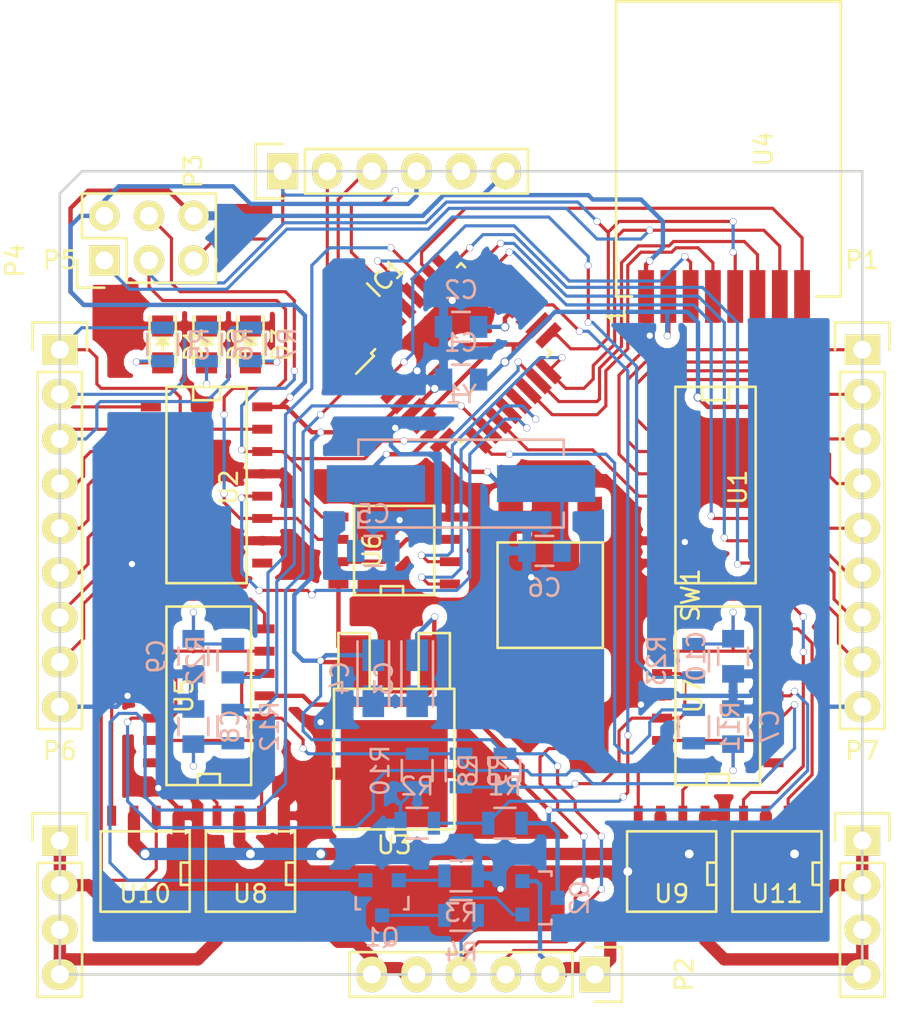
<source format=kicad_pcb>
(kicad_pcb (version 4) (host pcbnew 4.0.4+dfsg1-stable)
  (layers (0 F.Cu signal) (31 B.Cu signal) (34 B.Paste user) (35 F.Paste user) (36 B.SilkS user) (37 F.SilkS user) (38 B.Mask user) (39 F.Mask user) (44 Edge.Cuts user))
  (net 0 "")
  (net 1 +3V3)
  (net 2 GND)
  (net 3 "Net-(C2-Pad1)")
  (net 4 "Net-(C5-Pad2)")
  (net 5 "Net-(C6-Pad2)")
  (net 6 "Net-(C7-Pad1)")
  (net 7 "Net-(C8-Pad1)")
  (net 8 "Net-(C9-Pad1)")
  (net 9 "Net-(C10-Pad1)")
  (net 10 "Net-(D1-Pad2)")
  (net 11 "Net-(D2-Pad2)")
  (net 12 "Net-(D3-Pad2)")
  (net 13 /MUX_IN)
  (net 14 /RF_CE)
  (net 15 /PWM_2)
  (net 16 /PWM_1)
  (net 17 /POWER_HOLD)
  (net 18 /SS_SIPO)
  (net 19 /SS_FLASH)
  (net 20 /SS_RF)
  (net 21 /MOSI)
  (net 22 /MISO)
  (net 23 /SCK)
  (net 24 /BAT_FB)
  (net 25 /MUX_0)
  (net 26 /MUX_1)
  (net 27 /MUX_2)
  (net 28 /STATIC_1)
  (net 29 /STATIC_2)
  (net 30 /~RESET)
  (net 31 /RX)
  (net 32 /TX)
  (net 33 /RF_IRQ)
  (net 34 "Net-(P1-Pad1)")
  (net 35 "Net-(P1-Pad2)")
  (net 36 "Net-(P1-Pad3)")
  (net 37 "Net-(P1-Pad4)")
  (net 38 "Net-(P1-Pad5)")
  (net 39 "Net-(P1-Pad6)")
  (net 40 "Net-(P1-Pad7)")
  (net 41 "Net-(P1-Pad8)")
  (net 42 +BATT)
  (net 43 /PWR_BTN_EXT)
  (net 44 "Net-(P3-Pad5)")
  (net 45 /DO_0)
  (net 46 /DO_1)
  (net 47 /DO_2)
  (net 48 "Net-(P5-Pad4)")
  (net 49 "Net-(P5-Pad5)")
  (net 50 "Net-(P5-Pad6)")
  (net 51 "Net-(P5-Pad7)")
  (net 52 "Net-(P5-Pad8)")
  (net 53 "Net-(P6-Pad1)")
  (net 54 "Net-(P6-Pad3)")
  (net 55 "Net-(P7-Pad1)")
  (net 56 "Net-(P7-Pad3)")
  (net 57 "Net-(Q1-Pad2)")
  (net 58 "Net-(Q1-Pad3)")
  (net 59 VCC)
  (net 60 /V_THH)
  (net 61 /V_THL)
  (net 62 "Net-(U1-Pad6)")
  (net 63 "Net-(U2-Pad9)")
  (net 64 "Net-(U5-Pad1)")
  (net 65 "Net-(U10-Pad2)")
  (net 66 "Net-(U10-Pad4)")
  (net 67 "Net-(U5-Pad14)")
  (net 68 "Net-(U7-Pad1)")
  (net 69 "Net-(U11-Pad2)")
  (net 70 "Net-(U11-Pad4)")
  (net 71 "Net-(U7-Pad14)")
  (net 72 "Net-(IC1-Pad32)")
  (module Housings_QFP:TQFP-32_7x7mm_Pitch0.8mm (layer F.Cu) (at 65 47.5 45)
    (fp_text reference IC1 (at 0 -6.05 45) (layer F.SilkS))
    (fp_text value ATMEGA328-A)
    (pad 1 smd rect (at -4.25 -2.8 45) (size 1.6 0.55) (layers F.Cu F.Paste F.Mask) (net 17 /POWER_HOLD))
    (pad 2 smd rect (at -4.25 -2 45) (size 1.6 0.55) (layers F.Cu F.Paste F.Mask) (net 14 /RF_CE))
    (pad 3 smd rect (at -4.25 -1.2 45) (size 1.6 0.55) (layers F.Cu F.Paste F.Mask) (net 2 GND))
    (pad 4 smd rect (at -4.25 -0.4 45) (size 1.6 0.55) (layers F.Cu F.Paste F.Mask) (net 1 +3V3))
    (pad 5 smd rect (at -4.25 0.4 45) (size 1.6 0.55) (layers F.Cu F.Paste F.Mask) (net 2 GND))
    (pad 6 smd rect (at -4.25 1.2 45) (size 1.6 0.55) (layers F.Cu F.Paste F.Mask) (net 1 +3V3))
    (pad 7 smd rect (at -4.25 2 45) (size 1.6 0.55) (layers F.Cu F.Paste F.Mask) (net 4 "Net-(C5-Pad2)"))
    (pad 8 smd rect (at -4.25 2.8 45) (size 1.6 0.55) (layers F.Cu F.Paste F.Mask) (net 5 "Net-(C6-Pad2)"))
    (pad 9 smd rect (at -2.8 4.25 135) (size 1.6 0.55) (layers F.Cu F.Paste F.Mask) (net 15 /PWM_2))
    (pad 10 smd rect (at -2 4.25 135) (size 1.6 0.55) (layers F.Cu F.Paste F.Mask) (net 16 /PWM_1))
    (pad 11 smd rect (at -1.2 4.25 135) (size 1.6 0.55) (layers F.Cu F.Paste F.Mask) (net 13 /MUX_IN))
    (pad 12 smd rect (at -0.4 4.25 135) (size 1.6 0.55) (layers F.Cu F.Paste F.Mask) (net 18 /SS_SIPO))
    (pad 13 smd rect (at 0.4 4.25 135) (size 1.6 0.55) (layers F.Cu F.Paste F.Mask) (net 19 /SS_FLASH))
    (pad 14 smd rect (at 1.2 4.25 135) (size 1.6 0.55) (layers F.Cu F.Paste F.Mask) (net 20 /SS_RF))
    (pad 15 smd rect (at 2 4.25 135) (size 1.6 0.55) (layers F.Cu F.Paste F.Mask) (net 21 /MOSI))
    (pad 16 smd rect (at 2.8 4.25 135) (size 1.6 0.55) (layers F.Cu F.Paste F.Mask) (net 22 /MISO))
    (pad 17 smd rect (at 4.25 2.8 45) (size 1.6 0.55) (layers F.Cu F.Paste F.Mask) (net 23 /SCK))
    (pad 18 smd rect (at 4.25 2 45) (size 1.6 0.55) (layers F.Cu F.Paste F.Mask) (net 1 +3V3))
    (pad 19 smd rect (at 4.25 1.2 45) (size 1.6 0.55) (layers F.Cu F.Paste F.Mask) (net 24 /BAT_FB))
    (pad 20 smd rect (at 4.25 0.4 45) (size 1.6 0.55) (layers F.Cu F.Paste F.Mask) (net 3 "Net-(C2-Pad1)"))
    (pad 21 smd rect (at 4.25 -0.4 45) (size 1.6 0.55) (layers F.Cu F.Paste F.Mask) (net 2 GND))
    (pad 22 smd rect (at 4.25 -1.2 45) (size 1.6 0.55) (layers F.Cu F.Paste F.Mask) (net 2 GND))
    (pad 23 smd rect (at 4.25 -2 45) (size 1.6 0.55) (layers F.Cu F.Paste F.Mask) (net 25 /MUX_0))
    (pad 24 smd rect (at 4.25 -2.8 45) (size 1.6 0.55) (layers F.Cu F.Paste F.Mask) (net 26 /MUX_1))
    (pad 25 smd rect (at 2.8 -4.25 135) (size 1.6 0.55) (layers F.Cu F.Paste F.Mask) (net 27 /MUX_2))
    (pad 26 smd rect (at 2 -4.25 135) (size 1.6 0.55) (layers F.Cu F.Paste F.Mask) (net 33 /RF_IRQ))
    (pad 27 smd rect (at 1.2 -4.25 135) (size 1.6 0.55) (layers F.Cu F.Paste F.Mask) (net 28 /STATIC_1))
    (pad 28 smd rect (at 0.4 -4.25 135) (size 1.6 0.55) (layers F.Cu F.Paste F.Mask) (net 29 /STATIC_2))
    (pad 29 smd rect (at -0.4 -4.25 135) (size 1.6 0.55) (layers F.Cu F.Paste F.Mask) (net 30 /~RESET))
    (pad 30 smd rect (at -1.2 -4.25 135) (size 1.6 0.55) (layers F.Cu F.Paste F.Mask) (net 31 /RX))
    (pad 31 smd rect (at -2 -4.25 135) (size 1.6 0.55) (layers F.Cu F.Paste F.Mask) (net 32 /TX))
    (pad 32 smd rect (at -2.8 -4.25 135) (size 1.6 0.55) (layers F.Cu F.Paste F.Mask) (net 72 "Net-(IC1-Pad32)"))
  )
  (module Capacitors_SMD:C_0805 (layer B.Cu) (at 65 49 180)
    (fp_text reference C1 (at 0 2.1 180) (layer B.SilkS) (effects (justify mirror)))
    (fp_text value 100n)
    (pad 1 smd rect (at -1 0 180) (size 1 1.25) (layers B.Cu B.Paste B.Mask) (net 1 +3V3))
    (pad 2 smd rect (at 1 0 180) (size 1 1.25) (layers B.Cu B.Paste B.Mask) (net 2 GND))
  )
  (module Capacitors_SMD:C_0805 (layer B.Cu) (at 65 46 180)
    (fp_text reference C2 (at 0 2.1 180) (layer B.SilkS) (effects (justify mirror)))
    (fp_text value 100n)
    (pad 1 smd rect (at -1 0 180) (size 1 1.25) (layers B.Cu B.Paste B.Mask) (net 3 "Net-(C2-Pad1)"))
    (pad 2 smd rect (at 1 0 180) (size 1 1.25) (layers B.Cu B.Paste B.Mask) (net 2 GND))
  )
  (module Capacitors_SMD:C_0805 (layer B.Cu) (at 60 58.75 180)
    (fp_text reference C5 (at 0 2.1 180) (layer B.SilkS) (effects (justify mirror)))
    (fp_text value 22p)
    (pad 1 smd rect (at -1 0 180) (size 1 1.25) (layers B.Cu B.Paste B.Mask) (net 2 GND))
    (pad 2 smd rect (at 1 0 180) (size 1 1.25) (layers B.Cu B.Paste B.Mask) (net 4 "Net-(C5-Pad2)"))
  )
  (module Capacitors_SMD:C_0805 (layer B.Cu) (at 69.75 58.75)
    (fp_text reference C6 (at 0 2.1) (layer B.SilkS) (effects (justify mirror)))
    (fp_text value 22p)
    (pad 1 smd rect (at -1 0) (size 1 1.25) (layers B.Cu B.Paste B.Mask) (net 2 GND))
    (pad 2 smd rect (at 1 0) (size 1 1.25) (layers B.Cu B.Paste B.Mask) (net 5 "Net-(C6-Pad2)"))
  )
  (module Capacitors_SMD:C_0805 (layer B.Cu) (at 80.5 68.75 90)
    (fp_text reference C7 (at 0 2.1 90) (layer B.SilkS) (effects (justify mirror)))
    (fp_text value 10n)
    (pad 1 smd rect (at -1 0 90) (size 1 1.25) (layers B.Cu B.Paste B.Mask) (net 6 "Net-(C7-Pad1)"))
    (pad 2 smd rect (at 1 0 90) (size 1 1.25) (layers B.Cu B.Paste B.Mask) (net 2 GND))
  )
  (module Capacitors_SMD:C_0805 (layer B.Cu) (at 49.75 68.75 90)
    (fp_text reference C8 (at 0 2.1 90) (layer B.SilkS) (effects (justify mirror)))
    (fp_text value 10n)
    (pad 1 smd rect (at -1 0 90) (size 1 1.25) (layers B.Cu B.Paste B.Mask) (net 7 "Net-(C8-Pad1)"))
    (pad 2 smd rect (at 1 0 90) (size 1 1.25) (layers B.Cu B.Paste B.Mask) (net 2 GND))
  )
  (module Capacitors_SMD:C_0805 (layer B.Cu) (at 49.75 64.75 270)
    (fp_text reference C9 (at 0 2.1 270) (layer B.SilkS) (effects (justify mirror)))
    (fp_text value 10n)
    (pad 1 smd rect (at -1 0 270) (size 1 1.25) (layers B.Cu B.Paste B.Mask) (net 8 "Net-(C9-Pad1)"))
    (pad 2 smd rect (at 1 0 270) (size 1 1.25) (layers B.Cu B.Paste B.Mask) (net 2 GND))
  )
  (module Capacitors_SMD:C_0805 (layer B.Cu) (at 80.5 64.75 270)
    (fp_text reference C10 (at 0 2.1 270) (layer B.SilkS) (effects (justify mirror)))
    (fp_text value 10n)
    (pad 1 smd rect (at -1 0 270) (size 1 1.25) (layers B.Cu B.Paste B.Mask) (net 9 "Net-(C10-Pad1)"))
    (pad 2 smd rect (at 1 0 270) (size 1 1.25) (layers B.Cu B.Paste B.Mask) (net 2 GND))
  )
  (module LEDs:LED_0805 (layer F.Cu) (at 48 47 270)
    (fp_text reference D1 (at 0 -1.75 270) (layer F.SilkS))
    (fp_text value LED)
    (pad 2 smd rect (at 1.04902 0 90) (size 1.19888 1.19888) (layers F.Cu F.Paste F.Mask) (net 10 "Net-(D1-Pad2)"))
    (pad 1 smd rect (at -1.04902 0 90) (size 1.19888 1.19888) (layers F.Cu F.Paste F.Mask) (net 2 GND))
  )
  (module LEDs:LED_0805 (layer F.Cu) (at 50.5 47 270)
    (fp_text reference D2 (at 0 -1.75 270) (layer F.SilkS))
    (fp_text value LED)
    (pad 2 smd rect (at 1.04902 0 90) (size 1.19888 1.19888) (layers F.Cu F.Paste F.Mask) (net 11 "Net-(D2-Pad2)"))
    (pad 1 smd rect (at -1.04902 0 90) (size 1.19888 1.19888) (layers F.Cu F.Paste F.Mask) (net 2 GND))
  )
  (module LEDs:LED_0805 (layer F.Cu) (at 53 47 270)
    (fp_text reference D3 (at 0 -1.75 270) (layer F.SilkS))
    (fp_text value LED)
    (pad 2 smd rect (at 1.04902 0 90) (size 1.19888 1.19888) (layers F.Cu F.Paste F.Mask) (net 12 "Net-(D3-Pad2)"))
    (pad 1 smd rect (at -1.04902 0 90) (size 1.19888 1.19888) (layers F.Cu F.Paste F.Mask) (net 2 GND))
  )
  (module Pin_Headers:Pin_Header_Straight_1x06 (layer F.Cu) (at 72.62 82.86 270)
    (fp_text reference P2 (at 0 -5.1 270) (layer F.SilkS))
    (fp_text value PWR_IO)
    (pad 1 thru_hole rect (at 0 0 270) (size 2.032 1.7272) (drill 1.016) (layers *.Cu *.Mask F.SilkS) (net 42 +BATT))
    (pad 2 thru_hole oval (at 0 2.54 270) (size 2.032 1.7272) (drill 1.016) (layers *.Cu *.Mask F.SilkS) (net 42 +BATT))
    (pad 3 thru_hole oval (at 0 5.08 270) (size 2.032 1.7272) (drill 1.016) (layers *.Cu *.Mask F.SilkS) (net 1 +3V3))
    (pad 4 thru_hole oval (at 0 7.62 270) (size 2.032 1.7272) (drill 1.016) (layers *.Cu *.Mask F.SilkS) (net 43 /PWR_BTN_EXT))
    (pad 5 thru_hole oval (at 0 10.16 270) (size 2.032 1.7272) (drill 1.016) (layers *.Cu *.Mask F.SilkS) (net 2 GND))
    (pad 6 thru_hole oval (at 0 12.7 270) (size 2.032 1.7272) (drill 1.016) (layers *.Cu *.Mask F.SilkS) (net 2 GND))
  )
  (module Pin_Headers:Pin_Header_Straight_1x06 (layer F.Cu) (at 54.84 37.14 90)
    (fp_text reference P3 (at 0 -5.1 90) (layer F.SilkS))
    (fp_text value UART)
    (pad 1 thru_hole rect (at 0 0 90) (size 2.032 1.7272) (drill 1.016) (layers *.Cu *.Mask F.SilkS) (net 30 /~RESET))
    (pad 2 thru_hole oval (at 0 2.54 90) (size 2.032 1.7272) (drill 1.016) (layers *.Cu *.Mask F.SilkS) (net 32 /TX))
    (pad 3 thru_hole oval (at 0 5.08 90) (size 2.032 1.7272) (drill 1.016) (layers *.Cu *.Mask F.SilkS) (net 31 /RX))
    (pad 4 thru_hole oval (at 0 7.62 90) (size 2.032 1.7272) (drill 1.016) (layers *.Cu *.Mask F.SilkS) (net 1 +3V3))
    (pad 5 thru_hole oval (at 0 10.16 90) (size 2.032 1.7272) (drill 1.016) (layers *.Cu *.Mask F.SilkS) (net 44 "Net-(P3-Pad5)"))
    (pad 6 thru_hole oval (at 0 12.7 90) (size 2.032 1.7272) (drill 1.016) (layers *.Cu *.Mask F.SilkS) (net 2 GND))
  )
  (module Pin_Headers:Pin_Header_Straight_2x03 (layer F.Cu) (at 44.68 42.22 90)
    (fp_text reference P4 (at 0 -5.1 90) (layer F.SilkS))
    (fp_text value ISP)
    (pad 1 thru_hole rect (at 0 0 90) (size 1.7272 1.7272) (drill 1.016) (layers *.Cu *.Mask F.SilkS) (net 22 /MISO))
    (pad 2 thru_hole oval (at 2.54 0 90) (size 1.7272 1.7272) (drill 1.016) (layers *.Cu *.Mask F.SilkS) (net 1 +3V3))
    (pad 3 thru_hole oval (at 0 2.54 90) (size 1.7272 1.7272) (drill 1.016) (layers *.Cu *.Mask F.SilkS) (net 23 /SCK))
    (pad 4 thru_hole oval (at 2.54 2.54 90) (size 1.7272 1.7272) (drill 1.016) (layers *.Cu *.Mask F.SilkS) (net 21 /MOSI))
    (pad 5 thru_hole oval (at 0 5.08 90) (size 1.7272 1.7272) (drill 1.016) (layers *.Cu *.Mask F.SilkS) (net 30 /~RESET))
    (pad 6 thru_hole oval (at 2.54 5.08 90) (size 1.7272 1.7272) (drill 1.016) (layers *.Cu *.Mask F.SilkS) (net 2 GND))
  )
  (module Pin_Headers:Pin_Header_Straight_1x04 (layer F.Cu) (at 42.14 75.24)
    (fp_text reference P6 (at 0 -5.1) (layer F.SilkS))
    (fp_text value MOT_1)
    (pad 1 thru_hole rect (at 0 0) (size 2.032 1.7272) (drill 1.016) (layers *.Cu *.Mask F.SilkS) (net 53 "Net-(P6-Pad1)"))
    (pad 2 thru_hole oval (at 0 2.54) (size 2.032 1.7272) (drill 1.016) (layers *.Cu *.Mask F.SilkS) (net 53 "Net-(P6-Pad1)"))
    (pad 3 thru_hole oval (at 0 5.08) (size 2.032 1.7272) (drill 1.016) (layers *.Cu *.Mask F.SilkS) (net 54 "Net-(P6-Pad3)"))
    (pad 4 thru_hole oval (at 0 7.62) (size 2.032 1.7272) (drill 1.016) (layers *.Cu *.Mask F.SilkS) (net 54 "Net-(P6-Pad3)"))
  )
  (module Pin_Headers:Pin_Header_Straight_1x04 (layer F.Cu) (at 87.86 75.24)
    (fp_text reference P7 (at 0 -5.1) (layer F.SilkS))
    (fp_text value MOT_2)
    (pad 1 thru_hole rect (at 0 0) (size 2.032 1.7272) (drill 1.016) (layers *.Cu *.Mask F.SilkS) (net 55 "Net-(P7-Pad1)"))
    (pad 2 thru_hole oval (at 0 2.54) (size 2.032 1.7272) (drill 1.016) (layers *.Cu *.Mask F.SilkS) (net 55 "Net-(P7-Pad1)"))
    (pad 3 thru_hole oval (at 0 5.08) (size 2.032 1.7272) (drill 1.016) (layers *.Cu *.Mask F.SilkS) (net 56 "Net-(P7-Pad3)"))
    (pad 4 thru_hole oval (at 0 7.62) (size 2.032 1.7272) (drill 1.016) (layers *.Cu *.Mask F.SilkS) (net 56 "Net-(P7-Pad3)"))
  )
  (module TO_SOT_Packages_SMD:SOT-23 (layer B.Cu) (at 60.5 78.5)
    (fp_text reference Q1 (at 0 2.25) (layer B.SilkS) (effects (justify mirror)))
    (fp_text value BC849 hide)
    (pad 1 smd rect (at -0.95 -1.00076) (size 0.8001 0.8001) (layers B.Cu B.Paste B.Mask) (net 17 /POWER_HOLD))
    (pad 2 smd rect (at 0.95 -1.00076) (size 0.8001 0.8001) (layers B.Cu B.Paste B.Mask) (net 57 "Net-(Q1-Pad2)"))
    (pad 3 smd rect (at 0 0.99822) (size 0.8001 0.8001) (layers B.Cu B.Paste B.Mask) (net 58 "Net-(Q1-Pad3)"))
  )
  (module TO_SOT_Packages_SMD:SOT-23 (layer B.Cu) (at 69.5 78.5 90)
    (fp_text reference Q2 (at 0 2.25 90) (layer B.SilkS) (effects (justify mirror)))
    (fp_text value BC856 hide)
    (pad 1 smd rect (at -0.95 -1.00076 90) (size 0.8001 0.8001) (layers B.Cu B.Paste B.Mask) (net 58 "Net-(Q1-Pad3)"))
    (pad 2 smd rect (at 0.95 -1.00076 90) (size 0.8001 0.8001) (layers B.Cu B.Paste B.Mask) (net 42 +BATT))
    (pad 3 smd rect (at 0 0.99822 90) (size 0.8001 0.8001) (layers B.Cu B.Paste B.Mask) (net 59 VCC))
  )
  (module Resistors_SMD:R_0805 (layer B.Cu) (at 67.5 74.25 180)
    (fp_text reference R1 (at 0 2.1 180) (layer B.SilkS) (effects (justify mirror)))
    (fp_text value R)
    (pad 1 smd rect (at -0.95 0 180) (size 0.7 1.3) (layers B.Cu B.Paste B.Mask) (net 59 VCC))
    (pad 2 smd rect (at 0.95 0 180) (size 0.7 1.3) (layers B.Cu B.Paste B.Mask) (net 24 /BAT_FB))
  )
  (module Resistors_SMD:R_0805 (layer B.Cu) (at 62.5 74.25 180)
    (fp_text reference R2 (at 0 2.1 180) (layer B.SilkS) (effects (justify mirror)))
    (fp_text value R)
    (pad 1 smd rect (at -0.95 0 180) (size 0.7 1.3) (layers B.Cu B.Paste B.Mask) (net 24 /BAT_FB))
    (pad 2 smd rect (at 0.95 0 180) (size 0.7 1.3) (layers B.Cu B.Paste B.Mask) (net 2 GND))
  )
  (module Resistors_SMD:R_0805 (layer B.Cu) (at 65 77.25)
    (fp_text reference R3 (at 0 2.1) (layer B.SilkS) (effects (justify mirror)))
    (fp_text value 2k7 hide)
    (pad 1 smd rect (at -0.95 0) (size 0.7 1.3) (layers B.Cu B.Paste B.Mask) (net 57 "Net-(Q1-Pad2)"))
    (pad 2 smd rect (at 0.95 0) (size 0.7 1.3) (layers B.Cu B.Paste B.Mask) (net 2 GND))
  )
  (module Resistors_SMD:R_0805 (layer B.Cu) (at 65 79.5)
    (fp_text reference R4 (at 0 2.1) (layer B.SilkS) (effects (justify mirror)))
    (fp_text value 10k)
    (pad 1 smd rect (at -0.95 0) (size 0.7 1.3) (layers B.Cu B.Paste B.Mask) (net 58 "Net-(Q1-Pad3)"))
    (pad 2 smd rect (at 0.95 0) (size 0.7 1.3) (layers B.Cu B.Paste B.Mask) (net 43 /PWR_BTN_EXT))
  )
  (module Resistors_SMD:R_0805 (layer B.Cu) (at 48 47 90)
    (fp_text reference R5 (at 0 2.1 90) (layer B.SilkS) (effects (justify mirror)))
    (fp_text value 1k)
    (pad 1 smd rect (at -0.95 0 90) (size 0.7 1.3) (layers B.Cu B.Paste B.Mask) (net 10 "Net-(D1-Pad2)"))
    (pad 2 smd rect (at 0.95 0 90) (size 0.7 1.3) (layers B.Cu B.Paste B.Mask) (net 45 /DO_0))
  )
  (module Resistors_SMD:R_0805 (layer B.Cu) (at 50.5 47 90)
    (fp_text reference R6 (at 0 2.1 90) (layer B.SilkS) (effects (justify mirror)))
    (fp_text value 1k)
    (pad 1 smd rect (at -0.95 0 90) (size 0.7 1.3) (layers B.Cu B.Paste B.Mask) (net 11 "Net-(D2-Pad2)"))
    (pad 2 smd rect (at 0.95 0 90) (size 0.7 1.3) (layers B.Cu B.Paste B.Mask) (net 46 /DO_1))
  )
  (module Resistors_SMD:R_0805 (layer B.Cu) (at 53 47 90)
    (fp_text reference R7 (at 0 2.1 90) (layer B.SilkS) (effects (justify mirror)))
    (fp_text value 1k)
    (pad 1 smd rect (at -0.95 0 90) (size 0.7 1.3) (layers B.Cu B.Paste B.Mask) (net 12 "Net-(D3-Pad2)"))
    (pad 2 smd rect (at 0.95 0 90) (size 0.7 1.3) (layers B.Cu B.Paste B.Mask) (net 47 /DO_2))
  )
  (module Resistors_SMD:R_0805 (layer B.Cu) (at 67.5 71.25 270)
    (fp_text reference R8 (at 0 2.1 270) (layer B.SilkS) (effects (justify mirror)))
    (fp_text value 10k)
    (pad 1 smd rect (at -0.95 0 270) (size 0.7 1.3) (layers B.Cu B.Paste B.Mask) (net 1 +3V3))
    (pad 2 smd rect (at 0.95 0 270) (size 0.7 1.3) (layers B.Cu B.Paste B.Mask) (net 60 /V_THH))
  )
  (module Resistors_SMD:R_0805 (layer B.Cu) (at 65 71.25 90)
    (fp_text reference R9 (at 0 2.1 90) (layer B.SilkS) (effects (justify mirror)))
    (fp_text value 10k)
    (pad 1 smd rect (at -0.95 0 90) (size 0.7 1.3) (layers B.Cu B.Paste B.Mask) (net 60 /V_THH))
    (pad 2 smd rect (at 0.95 0 90) (size 0.7 1.3) (layers B.Cu B.Paste B.Mask) (net 61 /V_THL))
  )
  (module Resistors_SMD:R_0805 (layer B.Cu) (at 62.5 71.25 270)
    (fp_text reference R10 (at 0 2.1 270) (layer B.SilkS) (effects (justify mirror)))
    (fp_text value 10k)
    (pad 1 smd rect (at -0.95 0 270) (size 0.7 1.3) (layers B.Cu B.Paste B.Mask) (net 61 /V_THL))
    (pad 2 smd rect (at 0.95 0 270) (size 0.7 1.3) (layers B.Cu B.Paste B.Mask) (net 2 GND))
  )
  (module Resistors_SMD:R_0805 (layer B.Cu) (at 78.25 68.75 90)
    (fp_text reference R11 (at 0 2.1 90) (layer B.SilkS) (effects (justify mirror)))
    (fp_text value 1k)
    (pad 1 smd rect (at -0.95 0 90) (size 0.7 1.3) (layers B.Cu B.Paste B.Mask) (net 6 "Net-(C7-Pad1)"))
    (pad 2 smd rect (at 0.95 0 90) (size 0.7 1.3) (layers B.Cu B.Paste B.Mask) (net 15 /PWM_2))
  )
  (module Resistors_SMD:R_0805 (layer B.Cu) (at 52 68.75 90)
    (fp_text reference R12 (at 0 2.1 90) (layer B.SilkS) (effects (justify mirror)))
    (fp_text value 1k)
    (pad 1 smd rect (at -0.95 0 90) (size 0.7 1.3) (layers B.Cu B.Paste B.Mask) (net 7 "Net-(C8-Pad1)"))
    (pad 2 smd rect (at 0.95 0 90) (size 0.7 1.3) (layers B.Cu B.Paste B.Mask) (net 16 /PWM_1))
  )
  (module Resistors_SMD:R_0805 (layer B.Cu) (at 52 65 270)
    (fp_text reference R22 (at 0 2.1 270) (layer B.SilkS) (effects (justify mirror)))
    (fp_text value 1k)
    (pad 1 smd rect (at -0.95 0 270) (size 0.7 1.3) (layers B.Cu B.Paste B.Mask) (net 8 "Net-(C9-Pad1)"))
    (pad 2 smd rect (at 0.95 0 270) (size 0.7 1.3) (layers B.Cu B.Paste B.Mask) (net 28 /STATIC_1))
  )
  (module Resistors_SMD:R_0805 (layer B.Cu) (at 78.25 65 270)
    (fp_text reference R23 (at 0 2.1 270) (layer B.SilkS) (effects (justify mirror)))
    (fp_text value 1k)
    (pad 1 smd rect (at -0.95 0 270) (size 0.7 1.3) (layers B.Cu B.Paste B.Mask) (net 9 "Net-(C10-Pad1)"))
    (pad 2 smd rect (at 0.95 0 270) (size 0.7 1.3) (layers B.Cu B.Paste B.Mask) (net 29 /STATIC_2))
  )
  (module SMD_Packages:SO-16-N (layer F.Cu) (at 79.5 55 270)
    (fp_text reference U1 (at 0.127 -1.27 270) (layer F.SilkS))
    (fp_text value 74LS151)
    (pad 16 smd rect (at -4.445 -3.175 270) (size 0.508 1.143) (layers F.Cu F.Paste F.Mask) (net 1 +3V3))
    (pad 14 smd rect (at -1.905 -3.175 270) (size 0.508 1.143) (layers F.Cu F.Paste F.Mask) (net 39 "Net-(P1-Pad6)"))
    (pad 13 smd rect (at -0.635 -3.175 270) (size 0.508 1.143) (layers F.Cu F.Paste F.Mask) (net 40 "Net-(P1-Pad7)"))
    (pad 12 smd rect (at 0.635 -3.175 270) (size 0.508 1.143) (layers F.Cu F.Paste F.Mask) (net 41 "Net-(P1-Pad8)"))
    (pad 11 smd rect (at 1.905 -3.175 270) (size 0.508 1.143) (layers F.Cu F.Paste F.Mask) (net 25 /MUX_0))
    (pad 10 smd rect (at 3.175 -3.175 270) (size 0.508 1.143) (layers F.Cu F.Paste F.Mask) (net 26 /MUX_1))
    (pad 9 smd rect (at 4.445 -3.175 270) (size 0.508 1.143) (layers F.Cu F.Paste F.Mask) (net 27 /MUX_2))
    (pad 8 smd rect (at 4.445 3.175 270) (size 0.508 1.143) (layers F.Cu F.Paste F.Mask) (net 2 GND))
    (pad 7 smd rect (at 3.175 3.175 270) (size 0.508 1.143) (layers F.Cu F.Paste F.Mask) (net 2 GND))
    (pad 6 smd rect (at 1.905 3.175 270) (size 0.508 1.143) (layers F.Cu F.Paste F.Mask) (net 62 "Net-(U1-Pad6)"))
    (pad 5 smd rect (at 0.635 3.175 270) (size 0.508 1.143) (layers F.Cu F.Paste F.Mask) (net 13 /MUX_IN))
    (pad 4 smd rect (at -0.635 3.175 270) (size 0.508 1.143) (layers F.Cu F.Paste F.Mask) (net 34 "Net-(P1-Pad1)"))
    (pad 3 smd rect (at -1.905 3.175 270) (size 0.508 1.143) (layers F.Cu F.Paste F.Mask) (net 35 "Net-(P1-Pad2)"))
    (pad 2 smd rect (at -3.175 3.175 270) (size 0.508 1.143) (layers F.Cu F.Paste F.Mask) (net 36 "Net-(P1-Pad3)"))
    (pad 1 smd rect (at -4.445 3.175 270) (size 0.508 1.143) (layers F.Cu F.Paste F.Mask) (net 37 "Net-(P1-Pad4)"))
    (pad 15 smd rect (at -3.175 -3.175 270) (size 0.508 1.143) (layers F.Cu F.Paste F.Mask) (net 38 "Net-(P1-Pad5)"))
  )
  (module SMD_Packages:SO-16-N (layer F.Cu) (at 50.5 55 270)
    (fp_text reference U2 (at 0.127 -1.27 270) (layer F.SilkS))
    (fp_text value 74HC595)
    (pad 16 smd rect (at -4.445 -3.175 270) (size 0.508 1.143) (layers F.Cu F.Paste F.Mask) (net 1 +3V3))
    (pad 14 smd rect (at -1.905 -3.175 270) (size 0.508 1.143) (layers F.Cu F.Paste F.Mask) (net 21 /MOSI))
    (pad 13 smd rect (at -0.635 -3.175 270) (size 0.508 1.143) (layers F.Cu F.Paste F.Mask) (net 2 GND))
    (pad 12 smd rect (at 0.635 -3.175 270) (size 0.508 1.143) (layers F.Cu F.Paste F.Mask) (net 18 /SS_SIPO))
    (pad 11 smd rect (at 1.905 -3.175 270) (size 0.508 1.143) (layers F.Cu F.Paste F.Mask) (net 23 /SCK))
    (pad 10 smd rect (at 3.175 -3.175 270) (size 0.508 1.143) (layers F.Cu F.Paste F.Mask) (net 2 GND))
    (pad 9 smd rect (at 4.445 -3.175 270) (size 0.508 1.143) (layers F.Cu F.Paste F.Mask) (net 63 "Net-(U2-Pad9)"))
    (pad 8 smd rect (at 4.445 3.175 270) (size 0.508 1.143) (layers F.Cu F.Paste F.Mask) (net 2 GND))
    (pad 7 smd rect (at 3.175 3.175 270) (size 0.508 1.143) (layers F.Cu F.Paste F.Mask) (net 52 "Net-(P5-Pad8)"))
    (pad 6 smd rect (at 1.905 3.175 270) (size 0.508 1.143) (layers F.Cu F.Paste F.Mask) (net 51 "Net-(P5-Pad7)"))
    (pad 5 smd rect (at 0.635 3.175 270) (size 0.508 1.143) (layers F.Cu F.Paste F.Mask) (net 50 "Net-(P5-Pad6)"))
    (pad 4 smd rect (at -0.635 3.175 270) (size 0.508 1.143) (layers F.Cu F.Paste F.Mask) (net 49 "Net-(P5-Pad5)"))
    (pad 3 smd rect (at -1.905 3.175 270) (size 0.508 1.143) (layers F.Cu F.Paste F.Mask) (net 48 "Net-(P5-Pad4)"))
    (pad 2 smd rect (at -3.175 3.175 270) (size 0.508 1.143) (layers F.Cu F.Paste F.Mask) (net 47 /DO_2))
    (pad 1 smd rect (at -4.445 3.175 270) (size 0.508 1.143) (layers F.Cu F.Paste F.Mask) (net 46 /DO_1))
    (pad 15 smd rect (at -3.175 -3.175 270) (size 0.508 1.143) (layers F.Cu F.Paste F.Mask) (net 45 /DO_0))
  )
  (module SMD_Packages:SOIC-8-N (layer F.Cu) (at 61.19 58.73 90)
    (fp_text reference U6 (at 0 -1.27 90) (layer F.SilkS))
    (fp_text value 25LC_EEPROM)
    (pad 8 smd rect (at -1.905 -3.175 90) (size 0.508 1.143) (layers F.Cu F.Paste F.Mask) (net 1 +3V3))
    (pad 7 smd rect (at -0.635 -3.175 90) (size 0.508 1.143) (layers F.Cu F.Paste F.Mask) (net 1 +3V3))
    (pad 6 smd rect (at 0.635 -3.175 90) (size 0.508 1.143) (layers F.Cu F.Paste F.Mask) (net 23 /SCK))
    (pad 5 smd rect (at 1.905 -3.175 90) (size 0.508 1.143) (layers F.Cu F.Paste F.Mask) (net 21 /MOSI))
    (pad 4 smd rect (at 1.905 3.175 90) (size 0.508 1.143) (layers F.Cu F.Paste F.Mask) (net 2 GND))
    (pad 3 smd rect (at 0.635 3.175 90) (size 0.508 1.143) (layers F.Cu F.Paste F.Mask) (net 1 +3V3))
    (pad 2 smd rect (at -0.635 3.175 90) (size 0.508 1.143) (layers F.Cu F.Paste F.Mask) (net 22 /MISO))
    (pad 1 smd rect (at -1.905 3.175 90) (size 0.508 1.143) (layers F.Cu F.Paste F.Mask) (net 19 /SS_FLASH))
  )
  (module Crystals:Crystal_HC49-SD_SMD (layer B.Cu) (at 65 54.92 180)
    (fp_text reference Y1 (at 0 5.08 180) (layer B.SilkS) (effects (justify mirror)))
    (fp_text value 12MHz)
    (pad 1 smd rect (at -4.84886 0 180) (size 5.6007 2.10058) (layers B.Cu B.Paste B.Mask) (net 5 "Net-(C6-Pad2)"))
    (pad 2 smd rect (at 4.84886 0 180) (size 5.6007 2.10058) (layers B.Cu B.Paste B.Mask) (net 4 "Net-(C5-Pad2)"))
  )
  (module SMD_Packages:SOIC-14_N (layer F.Cu) (at 50.5 67 90)
    (fp_text reference U5 (at 0 -1.27 90) (layer F.SilkS))
    (fp_text value LM324)
    (pad 1 smd rect (at -3.81 3.302 90) (size 0.508 1.143) (layers F.Cu F.Paste F.Mask) (net 64 "Net-(U5-Pad1)"))
    (pad 2 smd rect (at -2.54 3.302 90) (size 0.508 1.143) (layers F.Cu F.Paste F.Mask) (net 7 "Net-(C8-Pad1)"))
    (pad 3 smd rect (at -1.27 3.302 90) (size 0.508 1.143) (layers F.Cu F.Paste F.Mask) (net 61 /V_THL))
    (pad 4 smd rect (at 0 3.302 90) (size 0.508 1.143) (layers F.Cu F.Paste F.Mask) (net 59 VCC))
    (pad 5 smd rect (at 1.27 3.302 90) (size 0.508 1.143) (layers F.Cu F.Paste F.Mask) (net 61 /V_THL))
    (pad 6 smd rect (at 2.54 3.302 90) (size 0.508 1.143) (layers F.Cu F.Paste F.Mask) (net 8 "Net-(C9-Pad1)"))
    (pad 7 smd rect (at 3.81 3.302 90) (size 0.508 1.143) (layers F.Cu F.Paste F.Mask) (net 65 "Net-(U10-Pad2)"))
    (pad 8 smd rect (at 3.81 -3.048 90) (size 0.508 1.143) (layers F.Cu F.Paste F.Mask) (net 66 "Net-(U10-Pad4)"))
    (pad 9 smd rect (at 2.54 -3.048 90) (size 0.508 1.143) (layers F.Cu F.Paste F.Mask) (net 8 "Net-(C9-Pad1)"))
    (pad 11 smd rect (at 0 -3.048 90) (size 0.508 1.143) (layers F.Cu F.Paste F.Mask) (net 2 GND))
    (pad 12 smd rect (at -1.27 -3.048 90) (size 0.508 1.143) (layers F.Cu F.Paste F.Mask) (net 60 /V_THH))
    (pad 13 smd rect (at -2.54 -3.048 90) (size 0.508 1.143) (layers F.Cu F.Paste F.Mask) (net 7 "Net-(C8-Pad1)"))
    (pad 14 smd rect (at -3.81 -3.048 90) (size 0.508 1.143) (layers F.Cu F.Paste F.Mask) (net 67 "Net-(U5-Pad14)"))
    (pad 10 smd rect (at 1.27 -3.048 90) (size 0.508 1.143) (layers F.Cu F.Paste F.Mask) (net 60 /V_THH))
  )
  (module SMD_Packages:SOIC-14_N (layer F.Cu) (at 79.5 67 90)
    (fp_text reference U7 (at 0 -1.27 90) (layer F.SilkS))
    (fp_text value LM324)
    (pad 1 smd rect (at -3.81 3.302 90) (size 0.508 1.143) (layers F.Cu F.Paste F.Mask) (net 68 "Net-(U7-Pad1)"))
    (pad 2 smd rect (at -2.54 3.302 90) (size 0.508 1.143) (layers F.Cu F.Paste F.Mask) (net 6 "Net-(C7-Pad1)"))
    (pad 3 smd rect (at -1.27 3.302 90) (size 0.508 1.143) (layers F.Cu F.Paste F.Mask) (net 61 /V_THL))
    (pad 4 smd rect (at 0 3.302 90) (size 0.508 1.143) (layers F.Cu F.Paste F.Mask) (net 59 VCC))
    (pad 5 smd rect (at 1.27 3.302 90) (size 0.508 1.143) (layers F.Cu F.Paste F.Mask) (net 61 /V_THL))
    (pad 6 smd rect (at 2.54 3.302 90) (size 0.508 1.143) (layers F.Cu F.Paste F.Mask) (net 9 "Net-(C10-Pad1)"))
    (pad 7 smd rect (at 3.81 3.302 90) (size 0.508 1.143) (layers F.Cu F.Paste F.Mask) (net 69 "Net-(U11-Pad2)"))
    (pad 8 smd rect (at 3.81 -3.048 90) (size 0.508 1.143) (layers F.Cu F.Paste F.Mask) (net 70 "Net-(U11-Pad4)"))
    (pad 9 smd rect (at 2.54 -3.048 90) (size 0.508 1.143) (layers F.Cu F.Paste F.Mask) (net 9 "Net-(C10-Pad1)"))
    (pad 11 smd rect (at 0 -3.048 90) (size 0.508 1.143) (layers F.Cu F.Paste F.Mask) (net 2 GND))
    (pad 12 smd rect (at -1.27 -3.048 90) (size 0.508 1.143) (layers F.Cu F.Paste F.Mask) (net 60 /V_THH))
    (pad 13 smd rect (at -2.54 -3.048 90) (size 0.508 1.143) (layers F.Cu F.Paste F.Mask) (net 6 "Net-(C7-Pad1)"))
    (pad 14 smd rect (at -3.81 -3.048 90) (size 0.508 1.143) (layers F.Cu F.Paste F.Mask) (net 71 "Net-(U7-Pad14)"))
    (pad 10 smd rect (at 1.27 -3.048 90) (size 0.508 1.143) (layers F.Cu F.Paste F.Mask) (net 60 /V_THH))
  )
  (module Capacitors_Tantalum_SMD:TantalC_SizeA_EIA-3216_Reflow (layer B.Cu) (at 62.5 66 270)
    (fp_text reference C3 (at 0 1.9 270) (layer B.SilkS) (effects (justify mirror)))
    (fp_text value 1u)
    (pad 2 smd rect (at 1.31 0 270) (size 1.8 1.23) (layers B.Cu B.Paste B.Mask) (net 2 GND))
    (pad 1 smd rect (at -1.31 0 270) (size 1.8 1.23) (layers B.Cu B.Paste B.Mask) (net 59 VCC))
  )
  (module Capacitors_Tantalum_SMD:TantalC_SizeA_EIA-3216_Reflow (layer B.Cu) (at 60 66 270)
    (fp_text reference C4 (at 0 1.9 270) (layer B.SilkS) (effects (justify mirror)))
    (fp_text value 1u)
    (pad 2 smd rect (at 1.31 0 270) (size 1.8 1.23) (layers B.Cu B.Paste B.Mask) (net 2 GND))
    (pad 1 smd rect (at -1.31 0 270) (size 1.8 1.23) (layers B.Cu B.Paste B.Mask) (net 1 +3V3))
  )
  (module SMD_Packages:SOIC-8-N (layer F.Cu) (at 53 77 180)
    (fp_text reference U8 (at 0 -1.27 180) (layer F.SilkS))
    (fp_text value IRF9952)
    (pad 8 smd rect (at -1.905 -3.175 180) (size 0.508 1.143) (layers F.Cu F.Paste F.Mask) (net 54 "Net-(P6-Pad3)"))
    (pad 7 smd rect (at -0.635 -3.175 180) (size 0.508 1.143) (layers F.Cu F.Paste F.Mask) (net 54 "Net-(P6-Pad3)"))
    (pad 6 smd rect (at 0.635 -3.175 180) (size 0.508 1.143) (layers F.Cu F.Paste F.Mask) (net 54 "Net-(P6-Pad3)"))
    (pad 5 smd rect (at 1.905 -3.175 180) (size 0.508 1.143) (layers F.Cu F.Paste F.Mask) (net 54 "Net-(P6-Pad3)"))
    (pad 4 smd rect (at 1.905 3.175 180) (size 0.508 1.143) (layers F.Cu F.Paste F.Mask) (net 67 "Net-(U5-Pad14)"))
    (pad 3 smd rect (at 0.635 3.175 180) (size 0.508 1.143) (layers F.Cu F.Paste F.Mask) (net 42 +BATT))
    (pad 2 smd rect (at -0.635 3.175 180) (size 0.508 1.143) (layers F.Cu F.Paste F.Mask) (net 64 "Net-(U5-Pad1)"))
    (pad 1 smd rect (at -1.905 3.175 180) (size 0.508 1.143) (layers F.Cu F.Paste F.Mask) (net 2 GND))
  )
  (module SMD_Packages:SOIC-8-N (layer F.Cu) (at 77 77 180)
    (fp_text reference U9 (at 0 -1.27 180) (layer F.SilkS))
    (fp_text value IRF9952)
    (pad 8 smd rect (at -1.905 -3.175 180) (size 0.508 1.143) (layers F.Cu F.Paste F.Mask) (net 56 "Net-(P7-Pad3)"))
    (pad 7 smd rect (at -0.635 -3.175 180) (size 0.508 1.143) (layers F.Cu F.Paste F.Mask) (net 56 "Net-(P7-Pad3)"))
    (pad 6 smd rect (at 0.635 -3.175 180) (size 0.508 1.143) (layers F.Cu F.Paste F.Mask) (net 56 "Net-(P7-Pad3)"))
    (pad 5 smd rect (at 1.905 -3.175 180) (size 0.508 1.143) (layers F.Cu F.Paste F.Mask) (net 56 "Net-(P7-Pad3)"))
    (pad 4 smd rect (at 1.905 3.175 180) (size 0.508 1.143) (layers F.Cu F.Paste F.Mask) (net 71 "Net-(U7-Pad14)"))
    (pad 3 smd rect (at 0.635 3.175 180) (size 0.508 1.143) (layers F.Cu F.Paste F.Mask) (net 42 +BATT))
    (pad 2 smd rect (at -0.635 3.175 180) (size 0.508 1.143) (layers F.Cu F.Paste F.Mask) (net 68 "Net-(U7-Pad1)"))
    (pad 1 smd rect (at -1.905 3.175 180) (size 0.508 1.143) (layers F.Cu F.Paste F.Mask) (net 2 GND))
  )
  (module SMD_Packages:SOIC-8-N (layer F.Cu) (at 47 77 180)
    (fp_text reference U10 (at 0 -1.27 180) (layer F.SilkS))
    (fp_text value IRF9952)
    (pad 8 smd rect (at -1.905 -3.175 180) (size 0.508 1.143) (layers F.Cu F.Paste F.Mask) (net 53 "Net-(P6-Pad1)"))
    (pad 7 smd rect (at -0.635 -3.175 180) (size 0.508 1.143) (layers F.Cu F.Paste F.Mask) (net 53 "Net-(P6-Pad1)"))
    (pad 6 smd rect (at 0.635 -3.175 180) (size 0.508 1.143) (layers F.Cu F.Paste F.Mask) (net 53 "Net-(P6-Pad1)"))
    (pad 5 smd rect (at 1.905 -3.175 180) (size 0.508 1.143) (layers F.Cu F.Paste F.Mask) (net 53 "Net-(P6-Pad1)"))
    (pad 4 smd rect (at 1.905 3.175 180) (size 0.508 1.143) (layers F.Cu F.Paste F.Mask) (net 66 "Net-(U10-Pad4)"))
    (pad 3 smd rect (at 0.635 3.175 180) (size 0.508 1.143) (layers F.Cu F.Paste F.Mask) (net 42 +BATT))
    (pad 2 smd rect (at -0.635 3.175 180) (size 0.508 1.143) (layers F.Cu F.Paste F.Mask) (net 65 "Net-(U10-Pad2)"))
    (pad 1 smd rect (at -1.905 3.175 180) (size 0.508 1.143) (layers F.Cu F.Paste F.Mask) (net 2 GND))
  )
  (module SMD_Packages:SOIC-8-N (layer F.Cu) (at 83 77 180)
    (fp_text reference U11 (at 0 -1.27 180) (layer F.SilkS))
    (fp_text value IRF9952)
    (pad 8 smd rect (at -1.905 -3.175 180) (size 0.508 1.143) (layers F.Cu F.Paste F.Mask) (net 55 "Net-(P7-Pad1)"))
    (pad 7 smd rect (at -0.635 -3.175 180) (size 0.508 1.143) (layers F.Cu F.Paste F.Mask) (net 55 "Net-(P7-Pad1)"))
    (pad 6 smd rect (at 0.635 -3.175 180) (size 0.508 1.143) (layers F.Cu F.Paste F.Mask) (net 55 "Net-(P7-Pad1)"))
    (pad 5 smd rect (at 1.905 -3.175 180) (size 0.508 1.143) (layers F.Cu F.Paste F.Mask) (net 55 "Net-(P7-Pad1)"))
    (pad 4 smd rect (at 1.905 3.175 180) (size 0.508 1.143) (layers F.Cu F.Paste F.Mask) (net 70 "Net-(U11-Pad4)"))
    (pad 3 smd rect (at 0.635 3.175 180) (size 0.508 1.143) (layers F.Cu F.Paste F.Mask) (net 42 +BATT))
    (pad 2 smd rect (at -0.635 3.175 180) (size 0.508 1.143) (layers F.Cu F.Paste F.Mask) (net 69 "Net-(U11-Pad2)"))
    (pad 1 smd rect (at -1.905 3.175 180) (size 0.508 1.143) (layers F.Cu F.Paste F.Mask) (net 2 GND))
  )
  (module custom:Schurter_LSG_1301 (layer F.Cu) (at 70.08 61.27 90)
    (fp_text reference SW1 (at 0 8 90) (layer F.SilkS))
    (fp_text value SW_PWR)
    (pad 2 smd rect (at 4.55 -2.25 90) (size 2.1 1.4) (layers F.Cu F.Paste F.Mask) (net 2 GND))
    (pad 1 smd rect (at 4.55 2.25 90) (size 2.1 1.4) (layers F.Cu F.Paste F.Mask) (net 43 /PWR_BTN_EXT))
    (pad 2 smd rect (at -4.55 -2.25 90) (size 2.1 1.4) (layers F.Cu F.Paste F.Mask) (net 2 GND))
    (pad 1 smd rect (at -4.55 2.25 90) (size 2.1 1.4) (layers F.Cu F.Paste F.Mask) (net 43 /PWR_BTN_EXT))
  )
  (module TO_SOT_Packages_SMD:TO-252-2Lead (layer F.Cu) (at 61.19 65.08 180)
    (fp_text reference U3 (at 0 -10.414 180) (layer F.SilkS))
    (fp_text value TS2940CP33)
    (pad 1 smd rect (at -2.286 0 180) (size 1.651 3.048) (layers F.Cu F.Paste F.Mask) (net 59 VCC))
    (pad 2 smd rect (at 0 -6.35 180) (size 6.096 6.096) (layers F.Cu F.Paste F.Mask) (net 2 GND))
    (pad 3 smd rect (at 2.286 0 180) (size 1.651 3.048) (layers F.Cu F.Paste F.Mask) (net 1 +3V3))
  )
  (module custom:RFM75 (layer F.Cu) (at 80.24 35.87 90)
    (fp_text reference U4 (at 0 2 90) (layer F.SilkS))
    (fp_text value RFM75)
    (fp_text user 1 (at -9.5 -6.4 90) (layer F.SilkS))
    (pad 1 smd rect (at -8.4 -4.7 90) (size 3 0.9) (layers F.Cu F.Paste F.Mask) (net 2 GND))
    (pad 2 smd rect (at -8.4 -3.43 90) (size 3 0.9) (layers F.Cu F.Paste F.Mask) (net 1 +3V3))
    (pad 3 smd rect (at -8.4 -2.16 90) (size 3 0.9) (layers F.Cu F.Paste F.Mask) (net 14 /RF_CE))
    (pad 4 smd rect (at -8.4 -0.89 90) (size 3 0.9) (layers F.Cu F.Paste F.Mask) (net 20 /SS_RF))
    (pad 5 smd rect (at -8.4 0.38 90) (size 3 0.9) (layers F.Cu F.Paste F.Mask) (net 23 /SCK))
    (pad 6 smd rect (at -8.4 1.65 90) (size 3 0.9) (layers F.Cu F.Paste F.Mask) (net 21 /MOSI))
    (pad 7 smd rect (at -8.4 2.92 90) (size 3 0.9) (layers F.Cu F.Paste F.Mask) (net 22 /MISO))
    (pad 8 smd rect (at -8.4 4.19 90) (size 3 0.9) (layers F.Cu F.Paste F.Mask) (net 33 /RF_IRQ))
  )
  (module Pin_Headers:Pin_Header_Straight_1x09 (layer F.Cu) (at 87.86 47.3)
    (fp_text reference P1 (at 0 -5.1) (layer F.SilkS))
    (fp_text value D_IN)
    (pad 1 thru_hole rect (at 0 0) (size 2.032 1.7272) (drill 1.016) (layers *.Cu *.Mask F.SilkS) (net 34 "Net-(P1-Pad1)"))
    (pad 2 thru_hole oval (at 0 2.54) (size 2.032 1.7272) (drill 1.016) (layers *.Cu *.Mask F.SilkS) (net 35 "Net-(P1-Pad2)"))
    (pad 3 thru_hole oval (at 0 5.08) (size 2.032 1.7272) (drill 1.016) (layers *.Cu *.Mask F.SilkS) (net 36 "Net-(P1-Pad3)"))
    (pad 4 thru_hole oval (at 0 7.62) (size 2.032 1.7272) (drill 1.016) (layers *.Cu *.Mask F.SilkS) (net 37 "Net-(P1-Pad4)"))
    (pad 5 thru_hole oval (at 0 10.16) (size 2.032 1.7272) (drill 1.016) (layers *.Cu *.Mask F.SilkS) (net 38 "Net-(P1-Pad5)"))
    (pad 6 thru_hole oval (at 0 12.7) (size 2.032 1.7272) (drill 1.016) (layers *.Cu *.Mask F.SilkS) (net 39 "Net-(P1-Pad6)"))
    (pad 7 thru_hole oval (at 0 15.24) (size 2.032 1.7272) (drill 1.016) (layers *.Cu *.Mask F.SilkS) (net 40 "Net-(P1-Pad7)"))
    (pad 8 thru_hole oval (at 0 17.78) (size 2.032 1.7272) (drill 1.016) (layers *.Cu *.Mask F.SilkS) (net 41 "Net-(P1-Pad8)"))
    (pad 9 thru_hole oval (at 0 20.32) (size 2.032 1.7272) (drill 1.016) (layers *.Cu *.Mask F.SilkS) (net 2 GND))
  )
  (module Pin_Headers:Pin_Header_Straight_1x09 (layer F.Cu) (at 42.14 47.3)
    (fp_text reference P5 (at 0 -5.1) (layer F.SilkS))
    (fp_text value D_OUT)
    (pad 1 thru_hole rect (at 0 0) (size 2.032 1.7272) (drill 1.016) (layers *.Cu *.Mask F.SilkS) (net 45 /DO_0))
    (pad 2 thru_hole oval (at 0 2.54) (size 2.032 1.7272) (drill 1.016) (layers *.Cu *.Mask F.SilkS) (net 46 /DO_1))
    (pad 3 thru_hole oval (at 0 5.08) (size 2.032 1.7272) (drill 1.016) (layers *.Cu *.Mask F.SilkS) (net 47 /DO_2))
    (pad 4 thru_hole oval (at 0 7.62) (size 2.032 1.7272) (drill 1.016) (layers *.Cu *.Mask F.SilkS) (net 48 "Net-(P5-Pad4)"))
    (pad 5 thru_hole oval (at 0 10.16) (size 2.032 1.7272) (drill 1.016) (layers *.Cu *.Mask F.SilkS) (net 49 "Net-(P5-Pad5)"))
    (pad 6 thru_hole oval (at 0 12.7) (size 2.032 1.7272) (drill 1.016) (layers *.Cu *.Mask F.SilkS) (net 50 "Net-(P5-Pad6)"))
    (pad 7 thru_hole oval (at 0 15.24) (size 2.032 1.7272) (drill 1.016) (layers *.Cu *.Mask F.SilkS) (net 51 "Net-(P5-Pad7)"))
    (pad 8 thru_hole oval (at 0 17.78) (size 2.032 1.7272) (drill 1.016) (layers *.Cu *.Mask F.SilkS) (net 52 "Net-(P5-Pad8)"))
    (pad 9 thru_hole oval (at 0 20.32) (size 2.032 1.7272) (drill 1.016) (layers *.Cu *.Mask F.SilkS) (net 2 GND))
  )
  (gr_line (start 42.14 82.86) (end 42.14 38.41) (angle 90) (layer Edge.Cuts) (width 0.15))
  (gr_line (start 87.86 82.86) (end 42.14 82.86) (angle 90) (layer Edge.Cuts) (width 0.15))
  (gr_line (start 87.86 37.14) (end 87.86 82.86) (angle 90) (layer Edge.Cuts) (width 0.15))
  (gr_line (start 43.41 37.14) (end 87.86 37.14) (angle 90) (layer Edge.Cuts) (width 0.15))
  (gr_line (start 42.14 38.41) (end 43.41 37.14) (angle 90) (layer Edge.Cuts) (width 0.15))
  (segment (start 76.75 45.145002) (end 76.75 46.5) (width 0.25) (layer B.Cu) (net 1))
  (segment (start 76.81 46.44) (end 76.81 44.27) (width 0.25) (layer F.Cu) (net 1))
  (segment (start 76.75 46.5) (end 76.81 46.44) (width 0.25) (layer F.Cu) (net 1))
  (via (at 76.75 46.5) (size 0.4) (drill 0.36) (layers F.Cu B.Cu) (net 1))
  (segment (start 78.5 46.5) (end 78.5 45.75) (width 0.25) (layer B.Cu) (net 1))
  (segment (start 79.055 50.555) (end 78.5 50) (width 0.25) (layer F.Cu) (net 1))
  (via (at 78.5 50) (size 0.5) (drill 0.4) (layers F.Cu B.Cu) (net 1))
  (segment (start 78.5 50) (end 78.5 46.5) (width 0.25) (layer B.Cu) (net 1))
  (segment (start 67.5 48) (end 70 45.5) (width 0.25) (layer B.Cu) (net 1))
  (segment (start 79.055 50.555) (end 82.675 50.555) (width 0.25) (layer F.Cu) (net 1))
  (segment (start 70.354998 45.145002) (end 70 45.5) (width 0.25) (layer B.Cu) (net 1))
  (segment (start 77.895002 45.145002) (end 76.75 45.145002) (width 0.25) (layer B.Cu) (net 1))
  (segment (start 76.75 45.145002) (end 70.354998 45.145002) (width 0.25) (layer B.Cu) (net 1))
  (segment (start 78.5 45.75) (end 77.895002 45.145002) (width 0.25) (layer B.Cu) (net 1))
  (segment (start 54.5 50.555) (end 54.695 50.555) (width 0.25) (layer F.Cu) (net 1))
  (segment (start 43.32 39.68) (end 44.68 39.68) (width 0.25) (layer B.Cu) (net 1))
  (segment (start 42.75 40.25) (end 43.32 39.68) (width 0.25) (layer B.Cu) (net 1))
  (segment (start 42.75 44) (end 42.75 40.25) (width 0.25) (layer B.Cu) (net 1))
  (segment (start 43.5 44.75) (end 42.75 44) (width 0.25) (layer B.Cu) (net 1))
  (segment (start 55.5 44.75) (end 43.5 44.75) (width 0.25) (layer B.Cu) (net 1))
  (segment (start 56.104998 45.354998) (end 55.5 44.75) (width 0.25) (layer B.Cu) (net 1))
  (segment (start 56.104998 49.145002) (end 56.104998 45.354998) (width 0.25) (layer B.Cu) (net 1))
  (segment (start 55.25 50) (end 56.104998 49.145002) (width 0.25) (layer B.Cu) (net 1))
  (via (at 55.25 50) (size 0.4) (drill 0.36) (layers F.Cu B.Cu) (net 1))
  (segment (start 54.695 50.555) (end 55.25 50) (width 0.25) (layer F.Cu) (net 1))
  (segment (start 57 65) (end 56 65) (width 0.25) (layer B.Cu) (net 1))
  (via (at 57 52) (size 0.4) (drill 0.36) (layers F.Cu B.Cu) (net 1))
  (segment (start 56.5 52.5) (end 57 52) (width 0.25) (layer B.Cu) (net 1))
  (segment (start 56.5 60.25) (end 56.5 52.5) (width 0.25) (layer B.Cu) (net 1))
  (segment (start 55.5 61.25) (end 56.5 60.25) (width 0.25) (layer B.Cu) (net 1))
  (segment (start 55.5 64.5) (end 55.5 61.25) (width 0.25) (layer B.Cu) (net 1))
  (segment (start 56 65) (end 55.5 64.5) (width 0.25) (layer B.Cu) (net 1))
  (segment (start 57 65) (end 57 67) (width 0.18) (layer B.Cu) (net 1))
  (segment (start 66.7 69.5) (end 67.5 70.3) (width 0.18) (layer B.Cu) (net 1))
  (segment (start 56.5 69.5) (end 66.7 69.5) (width 0.18) (layer B.Cu) (net 1))
  (segment (start 56 69) (end 56.5 69.5) (width 0.18) (layer B.Cu) (net 1))
  (segment (start 56 68) (end 56 69) (width 0.18) (layer B.Cu) (net 1))
  (segment (start 57 67) (end 56 68) (width 0.18) (layer B.Cu) (net 1))
  (segment (start 60 64.69) (end 57.31 64.69) (width 0.25) (layer B.Cu) (net 1))
  (segment (start 57.08 65.08) (end 58.904 65.08) (width 0.25) (layer F.Cu) (net 1))
  (segment (start 57 65) (end 57.08 65.08) (width 0.25) (layer F.Cu) (net 1))
  (via (at 57 65) (size 0.4) (drill 0.36) (layers F.Cu B.Cu) (net 1))
  (segment (start 57.31 64.69) (end 57 65) (width 0.25) (layer B.Cu) (net 1))
  (segment (start 71.5 73) (end 70.5 72) (width 0.18) (layer F.Cu) (net 1))
  (segment (start 70.5 72) (end 70.5 71) (width 0.18) (layer F.Cu) (net 1))
  (via (at 70.5 71) (size 0.4) (drill 0.36) (layers F.Cu B.Cu) (net 1))
  (segment (start 70.5 71) (end 69.8 70.3) (width 0.18) (layer B.Cu) (net 1))
  (segment (start 69.8 70.3) (end 67.5 70.3) (width 0.18) (layer B.Cu) (net 1))
  (segment (start 67.54 81.96) (end 68 81.5) (width 0.18) (layer F.Cu) (net 1))
  (segment (start 68 81.5) (end 71.5 81.5) (width 0.18) (layer F.Cu) (net 1))
  (segment (start 71.5 81.5) (end 72 81) (width 0.18) (layer F.Cu) (net 1))
  (segment (start 72 81) (end 72 79) (width 0.18) (layer F.Cu) (net 1))
  (segment (start 72 79) (end 73 78) (width 0.18) (layer F.Cu) (net 1))
  (via (at 73 78) (size 0.4) (drill 0.36) (layers F.Cu B.Cu) (net 1))
  (segment (start 73 78) (end 73 75) (width 0.18) (layer B.Cu) (net 1))
  (via (at 73 75) (size 0.4) (drill 0.36) (layers F.Cu B.Cu) (net 1))
  (segment (start 73 75) (end 71.5 73.5) (width 0.18) (layer F.Cu) (net 1))
  (segment (start 71.5 73.5) (end 71.5 73) (width 0.18) (layer F.Cu) (net 1))
  (segment (start 67.54 82.86) (end 67.54 81.96) (width 0.18) (layer F.Cu) (net 1))
  (segment (start 64.365 58.095) (end 61.905 58.095) (width 0.25) (layer F.Cu) (net 1))
  (segment (start 60.635 59.365) (end 58.015 59.365) (width 0.25) (layer F.Cu) (net 1))
  (segment (start 61.905 58.095) (end 60.635 59.365) (width 0.25) (layer F.Cu) (net 1))
  (segment (start 58.015 60.635) (end 58.015 64.191) (width 0.25) (layer F.Cu) (net 1))
  (segment (start 58.015 64.191) (end 58.904 65.08) (width 0.25) (layer F.Cu) (net 1))
  (segment (start 58.015 59.365) (end 58.015 60.635) (width 0.25) (layer F.Cu) (net 1))
  (segment (start 44.68 39.68) (end 44.68 38.82) (width 0.25) (layer B.Cu) (net 1))
  (segment (start 44.68 38.82) (end 45.5 38) (width 0.25) (layer B.Cu) (net 1))
  (segment (start 45.5 38) (end 52 38) (width 0.25) (layer B.Cu) (net 1))
  (segment (start 52 38) (end 53 39) (width 0.25) (layer B.Cu) (net 1))
  (segment (start 53 39) (end 62 39) (width 0.25) (layer B.Cu) (net 1))
  (segment (start 62 39) (end 62.46 38.54) (width 0.25) (layer B.Cu) (net 1))
  (segment (start 62.46 38.54) (end 62.46 37.14) (width 0.25) (layer B.Cu) (net 1))
  (segment (start 61.711953 50.222361) (end 61.711953 50.288047) (width 0.25) (layer F.Cu) (net 1))
  (segment (start 61.711953 50.288047) (end 60 52) (width 0.25) (layer F.Cu) (net 1))
  (segment (start 60 52) (end 57 52) (width 0.25) (layer F.Cu) (net 1))
  (segment (start 55.055 50.555) (end 54.5 50.555) (width 0.25) (layer F.Cu) (net 1))
  (segment (start 54.5 50.555) (end 53.675 50.555) (width 0.25) (layer F.Cu) (net 1))
  (segment (start 57 52) (end 56.5 52) (width 0.25) (layer F.Cu) (net 1))
  (segment (start 56.5 52) (end 55.055 50.555) (width 0.25) (layer F.Cu) (net 1))
  (segment (start 66 49) (end 66.5 49) (width 0.25) (layer B.Cu) (net 1))
  (segment (start 66.5 49) (end 67.5 48) (width 0.25) (layer B.Cu) (net 1))
  (via (at 67.5 48) (size 0.5) (drill 0.4) (layers F.Cu B.Cu) (net 1))
  (segment (start 67.5 48) (end 68 47.5) (width 0.25) (layer F.Cu) (net 1))
  (segment (start 68 47.5) (end 68 47) (width 0.25) (layer F.Cu) (net 1))
  (segment (start 62.843324 51.353732) (end 62.843324 51.156676) (width 0.25) (layer F.Cu) (net 1))
  (segment (start 62.843324 51.156676) (end 67 47) (width 0.25) (layer F.Cu) (net 1))
  (segment (start 61.711953 50.222361) (end 61.777639 50.222361) (width 0.25) (layer F.Cu) (net 1))
  (segment (start 61.777639 50.222361) (end 65 47) (width 0.25) (layer F.Cu) (net 1))
  (segment (start 65 47) (end 67 47) (width 0.25) (layer F.Cu) (net 1))
  (segment (start 67 47) (end 68 47) (width 0.25) (layer F.Cu) (net 1))
  (segment (start 68 47) (end 68.328427 47) (width 0.25) (layer F.Cu) (net 1))
  (segment (start 68.328427 47) (end 69.419417 45.90901) (width 0.25) (layer F.Cu) (net 1))
  (segment (start 65.95 77.25) (end 66.5 77.25) (width 0.18) (layer B.Cu) (net 2))
  (segment (start 67.25 78) (end 67.25 77) (width 0.18) (layer F.Cu) (net 2))
  (via (at 67.25 78) (size 0.4) (drill 0.36) (layers F.Cu B.Cu) (net 2))
  (segment (start 66.5 77.25) (end 67.25 78) (width 0.18) (layer B.Cu) (net 2))
  (segment (start 48 45.95098) (end 45.95098 45.95098) (width 0.25) (layer F.Cu) (net 2))
  (segment (start 48.33 38.25) (end 49.76 39.68) (width 0.25) (layer F.Cu) (net 2))
  (segment (start 43.75 38.25) (end 48.33 38.25) (width 0.25) (layer F.Cu) (net 2))
  (segment (start 42.75 39.25) (end 43.75 38.25) (width 0.25) (layer F.Cu) (net 2))
  (segment (start 42.75 44) (end 42.75 39.25) (width 0.25) (layer F.Cu) (net 2))
  (segment (start 43.5 44.75) (end 42.75 44) (width 0.25) (layer F.Cu) (net 2))
  (segment (start 44.75 44.75) (end 43.5 44.75) (width 0.25) (layer F.Cu) (net 2))
  (segment (start 45.95098 45.95098) (end 44.75 44.75) (width 0.25) (layer F.Cu) (net 2))
  (segment (start 75.54 44.27) (end 75.54 42.46) (width 0.25) (layer F.Cu) (net 2))
  (segment (start 72.25 38.5) (end 66.25 38.5) (width 0.25) (layer B.Cu) (net 2))
  (segment (start 72.5 38.75) (end 72.25 38.5) (width 0.25) (layer B.Cu) (net 2))
  (segment (start 75.25 38.75) (end 72.5 38.75) (width 0.25) (layer B.Cu) (net 2))
  (segment (start 76.5 40) (end 75.25 38.75) (width 0.25) (layer B.Cu) (net 2))
  (segment (start 76.5 41.5) (end 76.5 40) (width 0.25) (layer B.Cu) (net 2))
  (segment (start 75.75 42.25) (end 76.5 41.5) (width 0.25) (layer B.Cu) (net 2))
  (via (at 75.75 42.25) (size 0.4) (drill 0.36) (layers F.Cu B.Cu) (net 2))
  (segment (start 75.54 42.46) (end 75.75 42.25) (width 0.25) (layer F.Cu) (net 2))
  (segment (start 76.325 58.75) (end 77.25 58.75) (width 0.25) (layer F.Cu) (net 2))
  (segment (start 75.54 46.29) (end 75.54 44.27) (width 0.25) (layer F.Cu) (net 2))
  (segment (start 75.75 46.5) (end 75.54 46.29) (width 0.25) (layer F.Cu) (net 2))
  (via (at 75.75 46.5) (size 0.4) (drill 0.36) (layers F.Cu B.Cu) (net 2))
  (segment (start 75.75 56.25) (end 75.75 46.5) (width 0.25) (layer B.Cu) (net 2))
  (segment (start 77.75 58.25) (end 75.75 56.25) (width 0.25) (layer B.Cu) (net 2))
  (via (at 77.75 58.25) (size 0.4) (drill 0.36) (layers F.Cu B.Cu) (net 2))
  (segment (start 77.25 58.75) (end 77.75 58.25) (width 0.25) (layer F.Cu) (net 2))
  (segment (start 80.5 67) (end 75.75 67) (width 0.25) (layer B.Cu) (net 2))
  (segment (start 75.25 67.5) (end 75.75 67) (width 0.25) (layer F.Cu) (net 2))
  (via (at 75.25 67.5) (size 0.4) (drill 0.36) (layers F.Cu B.Cu) (net 2))
  (segment (start 75.75 67) (end 75.25 67.5) (width 0.25) (layer B.Cu) (net 2))
  (segment (start 48.905 73.825) (end 48.905 73.405) (width 0.25) (layer F.Cu) (net 2))
  (segment (start 48.905 73.405) (end 47.75 72.25) (width 0.25) (layer F.Cu) (net 2))
  (segment (start 47.75 72.25) (end 47.75 67) (width 0.25) (layer B.Cu) (net 2))
  (via (at 47.75 72.25) (size 0.4) (drill 0.36) (layers F.Cu B.Cu) (net 2))
  (segment (start 46 67) (end 46 59.75) (width 0.25) (layer B.Cu) (net 2))
  (segment (start 46 59.75) (end 46.25 59.5) (width 0.25) (layer B.Cu) (net 2))
  (via (at 46.25 59.5) (size 0.4) (drill 0.36) (layers F.Cu B.Cu) (net 2))
  (segment (start 46.25 59.5) (end 46.305 59.445) (width 0.25) (layer F.Cu) (net 2))
  (segment (start 46.305 59.445) (end 47.325 59.445) (width 0.25) (layer F.Cu) (net 2))
  (segment (start 61.5 57) (end 62 56.5) (width 0.25) (layer B.Cu) (net 2))
  (segment (start 61.25 51.75) (end 62.211953 50.788047) (width 0.25) (layer F.Cu) (net 2))
  (via (at 61.25 51.75) (size 0.4) (drill 0.36) (layers F.Cu B.Cu) (net 2))
  (segment (start 61 52) (end 61.25 51.75) (width 0.25) (layer B.Cu) (net 2))
  (segment (start 61 52.75) (end 61 52) (width 0.25) (layer B.Cu) (net 2))
  (segment (start 61.5 53.25) (end 61 52.75) (width 0.25) (layer B.Cu) (net 2))
  (segment (start 63.25 53.25) (end 61.5 53.25) (width 0.25) (layer B.Cu) (net 2))
  (segment (start 63.75 53.75) (end 63.25 53.25) (width 0.25) (layer B.Cu) (net 2))
  (segment (start 63.75 56.25) (end 63.75 53.75) (width 0.25) (layer B.Cu) (net 2))
  (segment (start 63.5 56.5) (end 63.75 56.25) (width 0.25) (layer B.Cu) (net 2))
  (segment (start 62 56.5) (end 63.5 56.5) (width 0.25) (layer B.Cu) (net 2))
  (segment (start 62.211953 50.788047) (end 62.277639 50.788047) (width 0.18) (layer F.Cu) (net 2))
  (segment (start 68.75 58.75) (end 68.75 60) (width 0.18) (layer B.Cu) (net 2))
  (segment (start 68.5 60.75) (end 67.83 60.75) (width 0.18) (layer F.Cu) (net 2))
  (segment (start 69 60.25) (end 68.5 60.75) (width 0.18) (layer F.Cu) (net 2))
  (via (at 69 60.25) (size 0.4) (drill 0.36) (layers F.Cu B.Cu) (net 2))
  (segment (start 68.75 60) (end 69 60.25) (width 0.18) (layer B.Cu) (net 2))
  (segment (start 61 58.75) (end 61 57.5) (width 0.25) (layer B.Cu) (net 2))
  (segment (start 61.675 56.825) (end 64.365 56.825) (width 0.25) (layer F.Cu) (net 2))
  (segment (start 61.5 57) (end 61.675 56.825) (width 0.18) (layer F.Cu) (net 2))
  (via (at 61.5 57) (size 0.4) (drill 0.36) (layers F.Cu B.Cu) (net 2))
  (segment (start 61 57.5) (end 61.5 57) (width 0.25) (layer B.Cu) (net 2))
  (segment (start 67.83 59) (end 67.75 59) (width 0.18) (layer F.Cu) (net 2))
  (segment (start 67.75 59) (end 67.83 59) (width 0.18) (layer F.Cu) (net 2))
  (segment (start 63.5 39) (end 64 38.5) (width 0.25) (layer B.Cu) (net 2))
  (segment (start 62.82 39.68) (end 63.5 39) (width 0.25) (layer B.Cu) (net 2))
  (segment (start 49.76 39.68) (end 62.82 39.68) (width 0.25) (layer B.Cu) (net 2))
  (segment (start 64 38.5) (end 66.25 38.5) (width 0.25) (layer B.Cu) (net 2))
  (segment (start 66.25 38.5) (end 67.54 37.21) (width 0.25) (layer B.Cu) (net 2))
  (segment (start 67.54 37.21) (end 67.54 37.14) (width 0.25) (layer B.Cu) (net 2))
  (segment (start 76.325 58.175) (end 75.425 58.175) (width 0.25) (layer F.Cu) (net 2))
  (segment (start 69 54.5) (end 67.83 55.67) (width 0.25) (layer F.Cu) (net 2))
  (segment (start 73.25 54.5) (end 69 54.5) (width 0.25) (layer F.Cu) (net 2))
  (segment (start 75 56.25) (end 73.25 54.5) (width 0.25) (layer F.Cu) (net 2))
  (segment (start 75 57.75) (end 75 56.25) (width 0.25) (layer F.Cu) (net 2))
  (segment (start 75.425 58.175) (end 75 57.75) (width 0.25) (layer F.Cu) (net 2))
  (segment (start 67.83 55.67) (end 67.83 56.72) (width 0.18) (layer F.Cu) (net 2))
  (segment (start 76.452 67) (end 75.75 67) (width 0.18) (layer F.Cu) (net 2))
  (segment (start 75.555 59.445) (end 76.325 59.445) (width 0.25) (layer F.Cu) (net 2))
  (segment (start 75.75 67) (end 75 66.25) (width 0.25) (layer F.Cu) (net 2))
  (segment (start 75 66.25) (end 75 60) (width 0.25) (layer F.Cu) (net 2))
  (segment (start 75 60) (end 75.555 59.445) (width 0.25) (layer F.Cu) (net 2))
  (segment (start 64.365 56.825) (end 65.25 56.825) (width 0.25) (layer F.Cu) (net 2))
  (segment (start 65.25 56.825) (end 67.725 56.825) (width 0.25) (layer F.Cu) (net 2))
  (segment (start 67.725 56.825) (end 67.83 56.72) (width 0.25) (layer F.Cu) (net 2))
  (segment (start 67.83 56.72) (end 67.83 59) (width 0.7) (layer F.Cu) (net 2))
  (segment (start 67.83 59) (end 67.83 60.75) (width 0.7) (layer F.Cu) (net 2))
  (segment (start 67.83 60.75) (end 67.83 65.82) (width 0.7) (layer F.Cu) (net 2))
  (segment (start 60 67.31) (end 58.19 67.31) (width 0.25) (layer B.Cu) (net 2))
  (segment (start 57 68.5) (end 57 71.43) (width 0.25) (layer F.Cu) (net 2))
  (via (at 57 68.5) (size 0.4) (drill 0.36) (layers F.Cu B.Cu) (net 2))
  (segment (start 58.19 67.31) (end 57 68.5) (width 0.25) (layer B.Cu) (net 2))
  (segment (start 57 71.43) (end 57 71.5) (width 0.25) (layer F.Cu) (net 2))
  (segment (start 57 71.5) (end 57 71.43) (width 0.25) (layer F.Cu) (net 2))
  (segment (start 62.5 67.31) (end 60 67.31) (width 0.25) (layer B.Cu) (net 2))
  (segment (start 62.46 82.86) (end 61.86 82.86) (width 0.7) (layer F.Cu) (net 2))
  (segment (start 61.86 82.86) (end 61.5 82.5) (width 0.7) (layer F.Cu) (net 2))
  (segment (start 61.5 82.5) (end 60.28 82.5) (width 0.7) (layer F.Cu) (net 2))
  (segment (start 60.28 82.5) (end 59.92 82.86) (width 0.7) (layer F.Cu) (net 2))
  (segment (start 54.905 73.825) (end 54.905 73.095) (width 0.7) (layer F.Cu) (net 2))
  (segment (start 54.905 73.095) (end 56.57 71.43) (width 0.7) (layer F.Cu) (net 2))
  (segment (start 56.57 71.43) (end 57 71.43) (width 0.7) (layer F.Cu) (net 2))
  (segment (start 57 71.43) (end 61.19 71.43) (width 0.7) (layer F.Cu) (net 2))
  (segment (start 87.86 67.62) (end 85.5 67.62) (width 0.25) (layer B.Cu) (net 2))
  (segment (start 85.5 67.62) (end 85.5 67.5) (width 0.18) (layer B.Cu) (net 2))
  (segment (start 42.14 67.62) (end 45.38 67.62) (width 0.25) (layer B.Cu) (net 2))
  (segment (start 45.38 67.62) (end 46 67) (width 0.25) (layer B.Cu) (net 2))
  (segment (start 62.5 48.5) (end 64 47) (width 0.25) (layer B.Cu) (net 2))
  (segment (start 64 47) (end 64 46) (width 0.25) (layer B.Cu) (net 2))
  (segment (start 67.156676 43.646268) (end 67.156676 43.843324) (width 0.25) (layer F.Cu) (net 2))
  (segment (start 67.156676 43.843324) (end 66.5 44.5) (width 0.25) (layer F.Cu) (net 2))
  (segment (start 66.5 44.5) (end 64.5 44.5) (width 0.25) (layer F.Cu) (net 2))
  (via (at 64.5 44.5) (size 0.5) (drill 0.4) (layers F.Cu B.Cu) (net 2))
  (segment (start 64.5 44.5) (end 64 45) (width 0.25) (layer B.Cu) (net 2))
  (segment (start 64 45) (end 64 46) (width 0.25) (layer B.Cu) (net 2))
  (segment (start 67.722361 44.211953) (end 67.156676 43.646268) (width 0.25) (layer F.Cu) (net 2))
  (segment (start 62.277639 50.788047) (end 62.277639 50.722361) (width 0.25) (layer F.Cu) (net 2))
  (segment (start 62.277639 50.722361) (end 63.5 49.5) (width 0.25) (layer F.Cu) (net 2))
  (via (at 63.5 49.5) (size 0.5) (drill 0.4) (layers F.Cu B.Cu) (net 2))
  (segment (start 63.5 49.5) (end 63 49) (width 0.25) (layer B.Cu) (net 2))
  (segment (start 64 49) (end 63 49) (width 0.25) (layer B.Cu) (net 2))
  (segment (start 62.5 48.5) (end 61.343324 49.656676) (width 0.25) (layer F.Cu) (net 2))
  (via (at 62.5 48.5) (size 0.5) (drill 0.4) (layers F.Cu B.Cu) (net 2))
  (segment (start 63 49) (end 62.5 48.5) (width 0.25) (layer B.Cu) (net 2))
  (segment (start 61.343324 49.656676) (end 61.146268 49.656676) (width 0.25) (layer F.Cu) (net 2))
  (segment (start 80.5 67) (end 81.5 67) (width 0.25) (layer B.Cu) (net 2))
  (segment (start 84.5 76) (end 84 76) (width 0.25) (layer B.Cu) (net 2))
  (segment (start 85.5 75) (end 84.5 76) (width 0.25) (layer B.Cu) (net 2))
  (segment (start 85.5 67) (end 85.5 67.5) (width 0.25) (layer B.Cu) (net 2))
  (segment (start 85.5 67.5) (end 85.5 75) (width 0.25) (layer B.Cu) (net 2))
  (segment (start 84.5 66) (end 85.5 67) (width 0.25) (layer B.Cu) (net 2))
  (segment (start 82.5 66) (end 84.5 66) (width 0.25) (layer B.Cu) (net 2))
  (segment (start 81.5 67) (end 82.5 66) (width 0.25) (layer B.Cu) (net 2))
  (segment (start 78 76) (end 78 76.5) (width 0.7) (layer B.Cu) (net 2))
  (segment (start 78 76.5) (end 77.5 77) (width 0.7) (layer B.Cu) (net 2))
  (segment (start 77.5 77) (end 74.5 77) (width 0.7) (layer B.Cu) (net 2))
  (via (at 74.5 77) (size 0.7) (drill 0.5) (layers F.Cu B.Cu) (net 2))
  (segment (start 74.5 77) (end 67.25 77) (width 0.7) (layer F.Cu) (net 2))
  (segment (start 67.25 77) (end 54.905 77) (width 0.7) (layer F.Cu) (net 2))
  (segment (start 54.905 77) (end 55 77) (width 0.7) (layer F.Cu) (net 2))
  (segment (start 55 77) (end 54.905 77) (width 0.7) (layer F.Cu) (net 2))
  (segment (start 84.905 73.825) (end 84.905 75.095) (width 0.7) (layer F.Cu) (net 2))
  (segment (start 84.905 75.095) (end 84 76) (width 0.7) (layer F.Cu) (net 2))
  (via (at 84 76) (size 0.7) (drill 0.5) (layers F.Cu B.Cu) (net 2))
  (segment (start 78.905 75.095) (end 78.905 73.825) (width 0.7) (layer F.Cu) (net 2))
  (segment (start 78 76) (end 78.905 75.095) (width 0.7) (layer F.Cu) (net 2))
  (via (at 78 76) (size 0.7) (drill 0.5) (layers F.Cu B.Cu) (net 2))
  (segment (start 84 76) (end 78 76) (width 0.7) (layer B.Cu) (net 2))
  (segment (start 54.905 73.825) (end 54.905 77) (width 0.7) (layer F.Cu) (net 2))
  (segment (start 54.905 77) (end 54.905 78) (width 0.7) (layer F.Cu) (net 2))
  (segment (start 54.905 78) (end 55 78) (width 0.7) (layer F.Cu) (net 2))
  (segment (start 59.92 82.86) (end 59.92 81.92) (width 0.7) (layer F.Cu) (net 2))
  (segment (start 59.92 81.92) (end 59 81) (width 0.7) (layer F.Cu) (net 2))
  (segment (start 59 81) (end 58 81) (width 0.7) (layer F.Cu) (net 2))
  (segment (start 58 81) (end 57 80) (width 0.7) (layer F.Cu) (net 2))
  (segment (start 57 80) (end 57 79) (width 0.7) (layer F.Cu) (net 2))
  (segment (start 57 79) (end 56 78) (width 0.7) (layer F.Cu) (net 2))
  (segment (start 56 78) (end 55 78) (width 0.7) (layer F.Cu) (net 2))
  (segment (start 48.905 76.905) (end 48.905 73.825) (width 0.7) (layer F.Cu) (net 2))
  (segment (start 55 78) (end 50 78) (width 0.7) (layer F.Cu) (net 2))
  (segment (start 50 78) (end 48.905 76.905) (width 0.7) (layer F.Cu) (net 2))
  (segment (start 65.95 77.25) (end 65.95 76.2) (width 0.18) (layer B.Cu) (net 2))
  (segment (start 61.55 75.3) (end 61.55 74.25) (width 0.18) (layer B.Cu) (net 2))
  (segment (start 62 75.75) (end 61.55 75.3) (width 0.18) (layer B.Cu) (net 2))
  (segment (start 65.5 75.75) (end 62 75.75) (width 0.18) (layer B.Cu) (net 2))
  (segment (start 65.95 76.2) (end 65.5 75.75) (width 0.18) (layer B.Cu) (net 2))
  (segment (start 61.55 74.25) (end 61.55 73.15) (width 0.18) (layer B.Cu) (net 2))
  (segment (start 61.55 73.15) (end 62.5 72.2) (width 0.18) (layer B.Cu) (net 2))
  (segment (start 47.452 67) (end 46 67) (width 0.18) (layer F.Cu) (net 2))
  (segment (start 46 67) (end 47.75 67) (width 0.25) (layer B.Cu) (net 2))
  (segment (start 47.75 67) (end 49.75 67) (width 0.25) (layer B.Cu) (net 2))
  (via (at 46 67) (size 0.4) (drill 0.36) (layers F.Cu B.Cu) (net 2))
  (segment (start 49.75 67.75) (end 49.75 67) (width 0.18) (layer B.Cu) (net 2))
  (segment (start 49.75 67) (end 49.75 65.75) (width 0.18) (layer B.Cu) (net 2))
  (segment (start 80.5 67.75) (end 80.5 67) (width 0.25) (layer B.Cu) (net 2))
  (segment (start 80.5 67) (end 80.5 65.75) (width 0.25) (layer B.Cu) (net 2))
  (segment (start 76.325 58.175) (end 76.325 58.75) (width 0.25) (layer F.Cu) (net 2))
  (segment (start 76.325 58.75) (end 76.325 59.445) (width 0.25) (layer F.Cu) (net 2))
  (segment (start 50.5 45.95098) (end 48 45.95098) (width 0.18) (layer F.Cu) (net 2))
  (segment (start 53 45.95098) (end 50.5 45.95098) (width 0.18) (layer F.Cu) (net 2))
  (segment (start 53.675 58.175) (end 49 58.175) (width 0.25) (layer F.Cu) (net 2))
  (segment (start 49 58.175) (end 49 58.25) (width 0.25) (layer F.Cu) (net 2))
  (segment (start 53.675 54.365) (end 49.885 54.365) (width 0.25) (layer F.Cu) (net 2))
  (segment (start 48.555 59.445) (end 47.325 59.445) (width 0.25) (layer F.Cu) (net 2))
  (segment (start 49 59) (end 48.555 59.445) (width 0.25) (layer F.Cu) (net 2))
  (segment (start 49 58.25) (end 49 59) (width 0.25) (layer F.Cu) (net 2))
  (segment (start 49 55.25) (end 49 58.25) (width 0.25) (layer F.Cu) (net 2))
  (segment (start 49.885 54.365) (end 49 55.25) (width 0.25) (layer F.Cu) (net 2))
  (segment (start 66 46) (end 67.5 46) (width 0.25) (layer B.Cu) (net 3))
  (segment (start 67.5 45.5) (end 68.222361 44.777639) (width 0.25) (layer F.Cu) (net 3))
  (segment (start 67.5 46) (end 67.5 45.5) (width 0.25) (layer F.Cu) (net 3))
  (via (at 67.5 46) (size 0.5) (drill 0.4) (layers F.Cu B.Cu) (net 3))
  (segment (start 68.222361 44.777639) (end 68.288047 44.777639) (width 0.25) (layer F.Cu) (net 3))
  (segment (start 59 58.75) (end 59 56.07114) (width 0.18) (layer B.Cu) (net 4))
  (segment (start 59 56.07114) (end 60.15114 54.92) (width 0.18) (layer B.Cu) (net 4))
  (segment (start 60.15114 54.92) (end 60.15114 53.84886) (width 0.25) (layer B.Cu) (net 4))
  (segment (start 62.25 53.25) (end 63.40901 52.09099) (width 0.25) (layer F.Cu) (net 4))
  (segment (start 60.75 53.25) (end 62.25 53.25) (width 0.25) (layer F.Cu) (net 4))
  (via (at 60.75 53.25) (size 0.4) (drill 0.36) (layers F.Cu B.Cu) (net 4))
  (segment (start 60.15114 53.84886) (end 60.75 53.25) (width 0.25) (layer B.Cu) (net 4))
  (segment (start 63.40901 52.09099) (end 63.40901 51.919417) (width 0.25) (layer F.Cu) (net 4))
  (segment (start 70.75 58.75) (end 70.75 55.82114) (width 0.18) (layer B.Cu) (net 5))
  (segment (start 70.75 55.82114) (end 69.84886 54.92) (width 0.18) (layer B.Cu) (net 5))
  (segment (start 63.974695 52.485103) (end 63.974695 52.724695) (width 0.25) (layer F.Cu) (net 5))
  (segment (start 63.974695 52.724695) (end 65.5 54.25) (width 0.25) (layer F.Cu) (net 5))
  (segment (start 65.5 54.25) (end 66.5 54.25) (width 0.25) (layer F.Cu) (net 5))
  (via (at 66.5 54.25) (size 0.4) (drill 0.36) (layers F.Cu B.Cu) (net 5))
  (segment (start 66.5 54.25) (end 67.17 54.92) (width 0.25) (layer B.Cu) (net 5))
  (segment (start 67.17 54.92) (end 69.84886 54.92) (width 0.25) (layer B.Cu) (net 5))
  (segment (start 78.25 69.7) (end 80.45 69.7) (width 0.18) (layer B.Cu) (net 6))
  (segment (start 80.45 69.7) (end 80.5 69.75) (width 0.18) (layer B.Cu) (net 6))
  (segment (start 80.5 69.54) (end 80.5 71.25) (width 0.18) (layer F.Cu) (net 6))
  (segment (start 80.5 71.25) (end 80.5 69.75) (width 0.18) (layer B.Cu) (net 6))
  (via (at 80.5 71.25) (size 0.4) (drill 0.36) (layers F.Cu B.Cu) (net 6))
  (segment (start 76.452 69.54) (end 80.5 69.54) (width 0.18) (layer F.Cu) (net 6))
  (segment (start 80.5 69.54) (end 82.802 69.54) (width 0.18) (layer F.Cu) (net 6))
  (segment (start 49.75 69.75) (end 49.75 71) (width 0.18) (layer B.Cu) (net 7))
  (segment (start 49.75 71) (end 49.75 69.54) (width 0.18) (layer F.Cu) (net 7))
  (via (at 49.75 71) (size 0.4) (drill 0.36) (layers F.Cu B.Cu) (net 7))
  (segment (start 49.75 69.54) (end 49.75 69.5) (width 0.18) (layer F.Cu) (net 7))
  (segment (start 49.75 69.5) (end 49.75 69.54) (width 0.18) (layer F.Cu) (net 7))
  (segment (start 52 69.7) (end 49.8 69.7) (width 0.18) (layer B.Cu) (net 7))
  (segment (start 49.8 69.7) (end 49.75 69.75) (width 0.18) (layer B.Cu) (net 7))
  (segment (start 47.452 69.54) (end 49.75 69.54) (width 0.18) (layer F.Cu) (net 7))
  (segment (start 49.75 69.54) (end 53.802 69.54) (width 0.18) (layer F.Cu) (net 7))
  (segment (start 49.75 63.75) (end 49.75 62.25) (width 0.18) (layer B.Cu) (net 8))
  (segment (start 49.75 62.25) (end 49.75 64.46) (width 0.18) (layer F.Cu) (net 8))
  (via (at 49.75 62.25) (size 0.4) (drill 0.36) (layers F.Cu B.Cu) (net 8))
  (segment (start 49.75 64.46) (end 49.75 64.5) (width 0.18) (layer F.Cu) (net 8))
  (segment (start 49.75 64.5) (end 49.75 64.46) (width 0.18) (layer F.Cu) (net 8))
  (segment (start 52 64.05) (end 50.05 64.05) (width 0.18) (layer B.Cu) (net 8))
  (segment (start 50.05 64.05) (end 49.75 63.75) (width 0.18) (layer B.Cu) (net 8))
  (segment (start 47.452 64.46) (end 49.75 64.46) (width 0.18) (layer F.Cu) (net 8))
  (segment (start 49.75 64.46) (end 53.802 64.46) (width 0.18) (layer F.Cu) (net 8))
  (segment (start 78.25 64.05) (end 80.2 64.05) (width 0.18) (layer B.Cu) (net 9))
  (segment (start 80.2 64.05) (end 80.5 63.75) (width 0.18) (layer B.Cu) (net 9))
  (segment (start 80.5 64.46) (end 80.5 62.25) (width 0.18) (layer F.Cu) (net 9))
  (segment (start 80.5 62.25) (end 80.5 63.75) (width 0.18) (layer B.Cu) (net 9))
  (via (at 80.5 62.25) (size 0.4) (drill 0.36) (layers F.Cu B.Cu) (net 9))
  (segment (start 76.452 64.46) (end 80.5 64.46) (width 0.18) (layer F.Cu) (net 9))
  (segment (start 80.5 64.46) (end 82.802 64.46) (width 0.18) (layer F.Cu) (net 9))
  (segment (start 48 48.04902) (end 46.54902 48.04902) (width 0.18) (layer F.Cu) (net 10))
  (segment (start 46.55 47.95) (end 48 47.95) (width 0.18) (layer B.Cu) (net 10))
  (segment (start 46.5 48) (end 46.55 47.95) (width 0.18) (layer B.Cu) (net 10))
  (via (at 46.5 48) (size 0.4) (drill 0.36) (layers F.Cu B.Cu) (net 10))
  (segment (start 46.54902 48.04902) (end 46.5 48) (width 0.18) (layer F.Cu) (net 10))
  (segment (start 50.5 47.95) (end 50.5 49.25) (width 0.18) (layer B.Cu) (net 11))
  (segment (start 50.5 49.25) (end 50.5 48.04902) (width 0.18) (layer F.Cu) (net 11))
  (via (at 50.5 49.25) (size 0.4) (drill 0.36) (layers F.Cu B.Cu) (net 11))
  (segment (start 53 48.04902) (end 54.45098 48.04902) (width 0.18) (layer F.Cu) (net 12))
  (segment (start 54.45 47.95) (end 53 47.95) (width 0.18) (layer B.Cu) (net 12))
  (segment (start 54.5 48) (end 54.45 47.95) (width 0.18) (layer B.Cu) (net 12))
  (via (at 54.5 48) (size 0.4) (drill 0.36) (layers F.Cu B.Cu) (net 12))
  (segment (start 54.45098 48.04902) (end 54.5 48) (width 0.18) (layer F.Cu) (net 12))
  (segment (start 76.325 55.635) (end 75.135 55.635) (width 0.18) (layer F.Cu) (net 13))
  (segment (start 68.802944 53) (end 67.156676 51.353732) (width 0.18) (layer F.Cu) (net 13))
  (segment (start 72.5 53) (end 68.802944 53) (width 0.18) (layer F.Cu) (net 13))
  (segment (start 75.135 55.635) (end 72.5 53) (width 0.18) (layer F.Cu) (net 13))
  (segment (start 77.5 42.25) (end 77.75 42) (width 0.18) (layer B.Cu) (net 14))
  (segment (start 76.360002 43.389998) (end 77.5 42.25) (width 0.18) (layer B.Cu) (net 14))
  (segment (start 60.65901 49.09099) (end 61.75 48) (width 0.18) (layer F.Cu) (net 14))
  (via (at 61.75 48) (size 0.4) (drill 0.36) (layers F.Cu B.Cu) (net 14))
  (segment (start 61.75 48) (end 62.25 47.5) (width 0.18) (layer B.Cu) (net 14))
  (segment (start 62.25 47.5) (end 62.25 43.25) (width 0.18) (layer B.Cu) (net 14))
  (segment (start 62.25 43.25) (end 65.25 40.25) (width 0.18) (layer B.Cu) (net 14))
  (segment (start 65.25 40.25) (end 68.02736 40.25) (width 0.18) (layer B.Cu) (net 14))
  (segment (start 68.02736 40.25) (end 71.167358 43.389998) (width 0.18) (layer B.Cu) (net 14))
  (segment (start 71.167358 43.389998) (end 71.75 43.389998) (width 0.18) (layer B.Cu) (net 14))
  (segment (start 71.75 43.389998) (end 76.360002 43.389998) (width 0.18) (layer B.Cu) (net 14))
  (segment (start 78.08 42.33) (end 78.08 44.27) (width 0.18) (layer F.Cu) (net 14))
  (segment (start 77.75 42) (end 78.08 42.33) (width 0.18) (layer F.Cu) (net 14))
  (via (at 77.75 42) (size 0.4) (drill 0.36) (layers F.Cu B.Cu) (net 14))
  (segment (start 60.580583 49.09099) (end 60.65901 49.09099) (width 0.18) (layer F.Cu) (net 14))
  (segment (start 78.25 67.8) (end 76.45 67.8) (width 0.18) (layer B.Cu) (net 15))
  (segment (start 66.75 53.25) (end 66.025305 52.525305) (width 0.18) (layer F.Cu) (net 15))
  (segment (start 67.75 53.25) (end 66.75 53.25) (width 0.18) (layer F.Cu) (net 15))
  (via (at 67.75 53.25) (size 0.4) (drill 0.36) (layers F.Cu B.Cu) (net 15))
  (segment (start 73.25 53.25) (end 67.75 53.25) (width 0.18) (layer B.Cu) (net 15))
  (segment (start 73.75 53.75) (end 73.25 53.25) (width 0.18) (layer B.Cu) (net 15))
  (segment (start 73.75 69.75) (end 73.75 53.75) (width 0.18) (layer B.Cu) (net 15))
  (segment (start 74.25 70.25) (end 73.75 69.75) (width 0.18) (layer B.Cu) (net 15))
  (segment (start 74.75 70.25) (end 74.25 70.25) (width 0.18) (layer B.Cu) (net 15))
  (segment (start 75.75 69.25) (end 74.75 70.25) (width 0.18) (layer B.Cu) (net 15))
  (segment (start 75.75 68.5) (end 75.75 69.25) (width 0.18) (layer B.Cu) (net 15))
  (segment (start 76.45 67.8) (end 75.75 68.5) (width 0.18) (layer B.Cu) (net 15))
  (segment (start 66.025305 52.525305) (end 66.025305 52.485103) (width 0.18) (layer F.Cu) (net 15))
  (segment (start 54.5 61.5) (end 54.5 60.5) (width 0.18) (layer B.Cu) (net 16))
  (segment (start 53.7 67.8) (end 54.5 67) (width 0.18) (layer B.Cu) (net 16))
  (segment (start 54.5 67) (end 54.5 61.5) (width 0.18) (layer B.Cu) (net 16))
  (segment (start 52 67.8) (end 53.7 67.8) (width 0.18) (layer B.Cu) (net 16))
  (segment (start 65 50.5) (end 66.419417 51.919417) (width 0.18) (layer F.Cu) (net 16))
  (via (at 65 50.5) (size 0.4) (drill 0.36) (layers F.Cu B.Cu) (net 16))
  (segment (start 56.5 50.5) (end 65 50.5) (width 0.18) (layer B.Cu) (net 16))
  (segment (start 55.5 51.5) (end 56.5 50.5) (width 0.18) (layer B.Cu) (net 16))
  (segment (start 55.5 59.5) (end 55.5 51.5) (width 0.18) (layer B.Cu) (net 16))
  (segment (start 54.5 60.5) (end 55.5 59.5) (width 0.18) (layer B.Cu) (net 16))
  (segment (start 66.419417 51.919417) (end 66.59099 51.919417) (width 0.18) (layer F.Cu) (net 16))
  (segment (start 47 71) (end 47 72.75) (width 0.18) (layer B.Cu) (net 17))
  (segment (start 56 52) (end 57 51) (width 0.18) (layer B.Cu) (net 17))
  (via (at 57 51) (size 0.4) (drill 0.36) (layers F.Cu B.Cu) (net 17))
  (segment (start 57 51) (end 59.474695 48.525305) (width 0.18) (layer F.Cu) (net 17))
  (segment (start 60.014897 48.525305) (end 59.474695 48.525305) (width 0.18) (layer F.Cu) (net 17))
  (segment (start 55 61.5) (end 55 61) (width 0.18) (layer B.Cu) (net 17))
  (segment (start 45.99924 77.49924) (end 45 76.5) (width 0.18) (layer B.Cu) (net 17))
  (segment (start 45 76.5) (end 45 68.5) (width 0.18) (layer B.Cu) (net 17))
  (segment (start 45 68.5) (end 45.5 68) (width 0.18) (layer B.Cu) (net 17))
  (segment (start 45.5 68) (end 46.5 68) (width 0.18) (layer B.Cu) (net 17))
  (segment (start 46.5 68) (end 47 68.5) (width 0.18) (layer B.Cu) (net 17))
  (segment (start 47 68.5) (end 47 71) (width 0.18) (layer B.Cu) (net 17))
  (segment (start 55 70) (end 55 61.5) (width 0.18) (layer B.Cu) (net 17))
  (segment (start 45.99924 77.49924) (end 59.55 77.49924) (width 0.18) (layer B.Cu) (net 17))
  (segment (start 55 61) (end 56 60) (width 0.18) (layer B.Cu) (net 17))
  (segment (start 56 60) (end 56 52) (width 0.18) (layer B.Cu) (net 17))
  (segment (start 55 72) (end 55 70) (width 0.18) (layer B.Cu) (net 17))
  (segment (start 53.5 73.5) (end 55 72) (width 0.18) (layer B.Cu) (net 17))
  (segment (start 47.75 73.5) (end 53.5 73.5) (width 0.18) (layer B.Cu) (net 17))
  (segment (start 47 72.75) (end 47.75 73.5) (width 0.18) (layer B.Cu) (net 17))
  (segment (start 60.014897 48.514897) (end 60.014897 48.525305) (width 0.18) (layer F.Cu) (net 17))
  (segment (start 67.722361 50.788047) (end 67.788047 50.788047) (width 0.18) (layer F.Cu) (net 18))
  (segment (start 67.788047 50.788047) (end 68.75 51.75) (width 0.18) (layer F.Cu) (net 18))
  (via (at 68.75 51.75) (size 0.4) (drill 0.36) (layers F.Cu B.Cu) (net 18))
  (segment (start 68.75 51.75) (end 68.25 51.25) (width 0.18) (layer B.Cu) (net 18))
  (segment (start 68.25 51.25) (end 67.5 51.25) (width 0.18) (layer B.Cu) (net 18))
  (segment (start 67.5 51.25) (end 65.5 53.25) (width 0.18) (layer B.Cu) (net 18))
  (segment (start 65.5 53.25) (end 65.5 60.25) (width 0.18) (layer B.Cu) (net 18))
  (segment (start 65.5 60.25) (end 64.75 61) (width 0.18) (layer B.Cu) (net 18))
  (segment (start 64.75 61) (end 56.75 61) (width 0.18) (layer B.Cu) (net 18))
  (segment (start 56.75 61) (end 56.5 61.25) (width 0.18) (layer B.Cu) (net 18))
  (via (at 56.5 61.25) (size 0.4) (drill 0.36) (layers F.Cu B.Cu) (net 18))
  (segment (start 56.5 61.25) (end 56.25 61) (width 0.18) (layer F.Cu) (net 18))
  (segment (start 56.25 61) (end 53.5 61) (width 0.18) (layer F.Cu) (net 18))
  (via (at 53.5 61) (size 0.4) (drill 0.36) (layers F.Cu B.Cu) (net 18))
  (segment (start 53.5 61) (end 52.5 60) (width 0.18) (layer B.Cu) (net 18))
  (segment (start 52.5 60) (end 52.5 55.75) (width 0.18) (layer B.Cu) (net 18))
  (via (at 52.5 55.75) (size 0.4) (drill 0.36) (layers F.Cu B.Cu) (net 18))
  (segment (start 52.5 55.75) (end 52.615 55.635) (width 0.18) (layer F.Cu) (net 18))
  (segment (start 52.615 55.635) (end 53.675 55.635) (width 0.18) (layer F.Cu) (net 18))
  (segment (start 64.365 60.635) (end 63.135 60.635) (width 0.18) (layer F.Cu) (net 19))
  (segment (start 69.25 51.25) (end 68.288047 50.288047) (width 0.18) (layer F.Cu) (net 19))
  (via (at 69.25 51.25) (size 0.4) (drill 0.36) (layers F.Cu B.Cu) (net 19))
  (segment (start 68.5 50.5) (end 69.25 51.25) (width 0.18) (layer B.Cu) (net 19))
  (segment (start 67.5 50.5) (end 68.5 50.5) (width 0.18) (layer B.Cu) (net 19))
  (segment (start 65 53) (end 67.5 50.5) (width 0.18) (layer B.Cu) (net 19))
  (segment (start 65 59.75) (end 65 53) (width 0.18) (layer B.Cu) (net 19))
  (segment (start 64.5 60.25) (end 65 59.75) (width 0.18) (layer B.Cu) (net 19))
  (segment (start 62.75 60.25) (end 64.5 60.25) (width 0.18) (layer B.Cu) (net 19))
  (via (at 62.75 60.25) (size 0.4) (drill 0.36) (layers F.Cu B.Cu) (net 19))
  (segment (start 63.135 60.635) (end 62.75 60.25) (width 0.18) (layer F.Cu) (net 19))
  (segment (start 68.288047 50.288047) (end 68.288047 50.222361) (width 0.18) (layer F.Cu) (net 19))
  (segment (start 75 42) (end 75.25 41.75) (width 0.18) (layer F.Cu) (net 20))
  (segment (start 79.35 42.35) (end 79 42) (width 0.18) (layer F.Cu) (net 20))
  (segment (start 75 42) (end 74.5 42.5) (width 0.18) (layer F.Cu) (net 20))
  (segment (start 74.5 42.5) (end 74.5 47.25) (width 0.18) (layer F.Cu) (net 20))
  (segment (start 74.5 47.25) (end 73.25 48.5) (width 0.18) (layer F.Cu) (net 20))
  (segment (start 73.25 48.5) (end 73.25 50.5) (width 0.18) (layer F.Cu) (net 20))
  (segment (start 73.25 50.5) (end 72.75 51) (width 0.18) (layer F.Cu) (net 20))
  (segment (start 72.75 51) (end 70.197056 51) (width 0.18) (layer F.Cu) (net 20))
  (segment (start 68.853732 49.656676) (end 70.197056 51) (width 0.18) (layer F.Cu) (net 20))
  (segment (start 79.35 42.35) (end 79.35 44.27) (width 0.18) (layer F.Cu) (net 20))
  (segment (start 78.5 41.5) (end 79 42) (width 0.18) (layer F.Cu) (net 20))
  (segment (start 77.25 41.5) (end 78.5 41.5) (width 0.18) (layer F.Cu) (net 20))
  (segment (start 77 41.75) (end 77.25 41.5) (width 0.18) (layer F.Cu) (net 20))
  (segment (start 75.25 41.75) (end 77 41.75) (width 0.18) (layer F.Cu) (net 20))
  (segment (start 68.853732 49.656676) (end 68.906676 49.656676) (width 0.18) (layer F.Cu) (net 20))
  (segment (start 74.139998 42.75) (end 74.139998 42.350882) (width 0.18) (layer F.Cu) (net 21))
  (segment (start 69.419417 49.09099) (end 70.578427 50.25) (width 0.18) (layer F.Cu) (net 21))
  (segment (start 72.75 50.25) (end 70.578427 50.25) (width 0.18) (layer F.Cu) (net 21))
  (segment (start 72.889998 50.110002) (end 72.75 50.25) (width 0.18) (layer F.Cu) (net 21))
  (segment (start 72.889998 48.350882) (end 72.889998 50.110002) (width 0.18) (layer F.Cu) (net 21))
  (segment (start 74.139998 47.100882) (end 72.889998 48.350882) (width 0.18) (layer F.Cu) (net 21))
  (segment (start 74.139998 47.100882) (end 74.139998 42.75) (width 0.18) (layer F.Cu) (net 21))
  (segment (start 81.89 41.89) (end 81.89 44.27) (width 0.18) (layer F.Cu) (net 21))
  (segment (start 81.139998 41.139998) (end 81.89 41.89) (width 0.18) (layer F.Cu) (net 21))
  (segment (start 77.100882 41.139998) (end 81.139998 41.139998) (width 0.18) (layer F.Cu) (net 21))
  (segment (start 76.850882 41.389998) (end 77.100882 41.139998) (width 0.18) (layer F.Cu) (net 21))
  (segment (start 75.100882 41.389998) (end 76.850882 41.389998) (width 0.18) (layer F.Cu) (net 21))
  (segment (start 74.139998 42.350882) (end 75.100882 41.389998) (width 0.18) (layer F.Cu) (net 21))
  (segment (start 56.75 53.5) (end 59.5 53.5) (width 0.18) (layer F.Cu) (net 21))
  (segment (start 55.25 53.5) (end 56.75 53.5) (width 0.18) (layer F.Cu) (net 21))
  (segment (start 61.75456 52.49544) (end 64.24544 52.49544) (width 0.18) (layer B.Cu) (net 21))
  (segment (start 61.75 52.5) (end 61.75456 52.49544) (width 0.18) (layer B.Cu) (net 21))
  (via (at 61.75 52.5) (size 0.4) (drill 0.36) (layers F.Cu B.Cu) (net 21))
  (segment (start 60.5 52.5) (end 61.75 52.5) (width 0.18) (layer F.Cu) (net 21))
  (segment (start 59.5 53.5) (end 60.5 52.5) (width 0.18) (layer F.Cu) (net 21))
  (segment (start 68.25 48) (end 69.34099 49.09099) (width 0.18) (layer F.Cu) (net 21))
  (segment (start 64.24544 52.49544) (end 68.25 48.49088) (width 0.18) (layer B.Cu) (net 21))
  (segment (start 68.25 48.49088) (end 68.25 48) (width 0.18) (layer B.Cu) (net 21))
  (via (at 68.25 48) (size 0.4) (drill 0.36) (layers F.Cu B.Cu) (net 21))
  (segment (start 64.24088 52.5) (end 64.24544 52.49544) (width 0.18) (layer B.Cu) (net 21))
  (segment (start 69.34099 49.09099) (end 69.419417 49.09099) (width 0.18) (layer F.Cu) (net 21))
  (segment (start 58.015 56.825) (end 57.075 56.825) (width 0.18) (layer F.Cu) (net 21))
  (segment (start 54.845 53.095) (end 53.675 53.095) (width 0.18) (layer F.Cu) (net 21))
  (segment (start 56 54.25) (end 55.25 53.5) (width 0.18) (layer F.Cu) (net 21))
  (segment (start 55.25 53.5) (end 54.845 53.095) (width 0.18) (layer F.Cu) (net 21))
  (segment (start 56 55.75) (end 56 54.25) (width 0.18) (layer F.Cu) (net 21))
  (segment (start 57.075 56.825) (end 56 55.75) (width 0.18) (layer F.Cu) (net 21))
  (segment (start 53.675 53.095) (end 52.595 53.095) (width 0.18) (layer F.Cu) (net 21))
  (segment (start 48.5 40.96) (end 47.22 39.68) (width 0.18) (layer F.Cu) (net 21))
  (segment (start 48.5 43.5) (end 48.5 40.96) (width 0.18) (layer F.Cu) (net 21))
  (segment (start 49 44) (end 48.5 43.5) (width 0.18) (layer F.Cu) (net 21))
  (segment (start 55 44) (end 49 44) (width 0.18) (layer F.Cu) (net 21))
  (segment (start 55.5 44.5) (end 55 44) (width 0.18) (layer F.Cu) (net 21))
  (segment (start 55.5 45.5) (end 55.5 44.5) (width 0.18) (layer F.Cu) (net 21))
  (segment (start 55.5 48.5) (end 55.5 45.5) (width 0.18) (layer F.Cu) (net 21))
  (via (at 55.5 48.5) (size 0.4) (drill 0.36) (layers F.Cu B.Cu) (net 21))
  (segment (start 55.5 49) (end 55.5 48.5) (width 0.18) (layer B.Cu) (net 21))
  (segment (start 55 49.5) (end 55.5 49) (width 0.18) (layer B.Cu) (net 21))
  (segment (start 53.5 49.5) (end 55 49.5) (width 0.18) (layer B.Cu) (net 21))
  (segment (start 52.5 50.5) (end 53.5 49.5) (width 0.18) (layer B.Cu) (net 21))
  (segment (start 52.5 53) (end 52.5 50.5) (width 0.18) (layer B.Cu) (net 21))
  (via (at 52.5 53) (size 0.4) (drill 0.36) (layers F.Cu B.Cu) (net 21))
  (segment (start 52.595 53.095) (end 52.5 53) (width 0.18) (layer F.Cu) (net 21))
  (segment (start 72.25 40.5) (end 72.75 41) (width 0.18) (layer B.Cu) (net 22))
  (segment (start 51.649118 43.860002) (end 55.074116 40.435004) (width 0.18) (layer B.Cu) (net 22))
  (segment (start 55.074116 40.435004) (end 63.132734 40.435004) (width 0.18) (layer B.Cu) (net 22))
  (segment (start 63.132734 40.435004) (end 64.312734 39.255004) (width 0.18) (layer B.Cu) (net 22))
  (segment (start 64.312734 39.255004) (end 71.005004 39.255004) (width 0.18) (layer B.Cu) (net 22))
  (segment (start 71.005004 39.255004) (end 72.25 40.5) (width 0.18) (layer B.Cu) (net 22))
  (segment (start 44.68 42.43) (end 46.110002 43.860002) (width 0.18) (layer B.Cu) (net 22))
  (segment (start 46.110002 43.860002) (end 51.399118 43.860002) (width 0.18) (layer B.Cu) (net 22))
  (segment (start 51.399118 43.860002) (end 51.649118 43.860002) (width 0.18) (layer B.Cu) (net 22))
  (via (at 75.75 40.5) (size 0.4) (drill 0.36) (layers F.Cu B.Cu) (net 22))
  (segment (start 75.25 41) (end 75.75 40.5) (width 0.18) (layer B.Cu) (net 22))
  (segment (start 72.75 41) (end 75.25 41) (width 0.18) (layer B.Cu) (net 22))
  (segment (start 44.68 42.22) (end 44.68 42.43) (width 0.18) (layer B.Cu) (net 22))
  (segment (start 83.16 44.27) (end 83.16 41.41) (width 0.18) (layer F.Cu) (net 22))
  (segment (start 83.16 41.41) (end 82.25 40.5) (width 0.18) (layer F.Cu) (net 22))
  (segment (start 82.25 40.5) (end 75.75 40.5) (width 0.18) (layer F.Cu) (net 22))
  (segment (start 70.959798 49.5) (end 69.985103 48.525305) (width 0.18) (layer F.Cu) (net 22))
  (segment (start 75.75 40.5) (end 74.25 40.5) (width 0.18) (layer F.Cu) (net 22))
  (segment (start 74.25 40.5) (end 73.75 41) (width 0.18) (layer F.Cu) (net 22))
  (segment (start 73.75 41) (end 73.75 46.98176) (width 0.18) (layer F.Cu) (net 22))
  (segment (start 73.75 46.98176) (end 72.529996 48.201764) (width 0.18) (layer F.Cu) (net 22))
  (segment (start 72.529996 48.201764) (end 72.529996 48.970004) (width 0.18) (layer F.Cu) (net 22))
  (segment (start 72.529996 48.970004) (end 72 49.5) (width 0.18) (layer F.Cu) (net 22))
  (segment (start 72 49.5) (end 70.959798 49.5) (width 0.18) (layer F.Cu) (net 22))
  (segment (start 64.365 59.365) (end 63.115 59.365) (width 0.18) (layer F.Cu) (net 22))
  (segment (start 70.75 47.75) (end 69.985103 48.514897) (width 0.18) (layer F.Cu) (net 22))
  (via (at 70.75 47.75) (size 0.4) (drill 0.36) (layers F.Cu B.Cu) (net 22))
  (segment (start 69.5 47.75) (end 70.75 47.75) (width 0.18) (layer B.Cu) (net 22))
  (segment (start 64.5 52.75) (end 69.5 47.75) (width 0.18) (layer B.Cu) (net 22))
  (segment (start 64.5 58.75) (end 64.5 52.75) (width 0.18) (layer B.Cu) (net 22))
  (segment (start 64.25 59) (end 64.5 58.75) (width 0.18) (layer B.Cu) (net 22))
  (segment (start 62.75 59) (end 64.25 59) (width 0.18) (layer B.Cu) (net 22))
  (via (at 62.75 59) (size 0.4) (drill 0.36) (layers F.Cu B.Cu) (net 22))
  (segment (start 63.115 59.365) (end 62.75 59) (width 0.18) (layer F.Cu) (net 22))
  (segment (start 69.985103 48.514897) (end 69.985103 48.525305) (width 0.18) (layer F.Cu) (net 22))
  (segment (start 51.25 43.5) (end 51.5 43.5) (width 0.18) (layer B.Cu) (net 23))
  (segment (start 47.75 43.5) (end 51.25 43.5) (width 0.18) (layer B.Cu) (net 23))
  (segment (start 47.22 42.97) (end 47.75 43.5) (width 0.18) (layer B.Cu) (net 23))
  (segment (start 73.360002 40.610002) (end 73.25 40.5) (width 0.18) (layer F.Cu) (net 23))
  (segment (start 72.75 40) (end 73.360002 40.610002) (width 0.18) (layer F.Cu) (net 23))
  (via (at 72.75 40) (size 0.4) (drill 0.36) (layers F.Cu B.Cu) (net 23))
  (segment (start 71.645002 38.895002) (end 72.75 40) (width 0.18) (layer B.Cu) (net 23))
  (segment (start 64.163616 38.895002) (end 71.645002 38.895002) (width 0.18) (layer B.Cu) (net 23))
  (segment (start 62.983616 40.075002) (end 64.163616 38.895002) (width 0.18) (layer B.Cu) (net 23))
  (segment (start 54.924998 40.075002) (end 62.983616 40.075002) (width 0.18) (layer B.Cu) (net 23))
  (segment (start 51.5 43.5) (end 54.924998 40.075002) (width 0.18) (layer B.Cu) (net 23))
  (segment (start 47.22 42.22) (end 47.22 42.97) (width 0.18) (layer B.Cu) (net 23))
  (segment (start 73.389998 45) (end 73.389998 46.610002) (width 0.18) (layer F.Cu) (net 23))
  (segment (start 80.62 41.87) (end 80.5 41.75) (width 0.18) (layer F.Cu) (net 23))
  (via (at 80.5 41.75) (size 0.4) (drill 0.36) (layers F.Cu B.Cu) (net 23))
  (segment (start 80.5 41.75) (end 80.5 40) (width 0.18) (layer B.Cu) (net 23))
  (via (at 80.5 40) (size 0.4) (drill 0.36) (layers F.Cu B.Cu) (net 23))
  (segment (start 80.5 40) (end 74 40) (width 0.18) (layer F.Cu) (net 23))
  (segment (start 74 40) (end 73.389998 40.610002) (width 0.18) (layer F.Cu) (net 23))
  (segment (start 73.389998 40.610002) (end 73.389998 45) (width 0.18) (layer F.Cu) (net 23))
  (segment (start 80.62 44.27) (end 80.62 41.87) (width 0.18) (layer F.Cu) (net 23))
  (segment (start 70.474695 46.474695) (end 69.985103 46.474695) (width 0.18) (layer F.Cu) (net 23))
  (segment (start 71.25 47.25) (end 70.474695 46.474695) (width 0.18) (layer F.Cu) (net 23))
  (segment (start 72.75 47.25) (end 71.25 47.25) (width 0.18) (layer F.Cu) (net 23))
  (segment (start 73.389998 46.610002) (end 72.75 47.25) (width 0.18) (layer F.Cu) (net 23))
  (segment (start 58.015 58.095) (end 56.845 58.095) (width 0.18) (layer F.Cu) (net 23))
  (segment (start 55.655 56.905) (end 53.675 56.905) (width 0.18) (layer F.Cu) (net 23))
  (segment (start 56.845 58.095) (end 55.655 56.905) (width 0.18) (layer F.Cu) (net 23))
  (segment (start 53.675 56.905) (end 52.405 56.905) (width 0.18) (layer F.Cu) (net 23))
  (segment (start 47.22 43.72) (end 47.22 42.22) (width 0.18) (layer F.Cu) (net 23))
  (segment (start 48 44.5) (end 47.22 43.72) (width 0.18) (layer F.Cu) (net 23))
  (segment (start 54.5 44.5) (end 48 44.5) (width 0.18) (layer F.Cu) (net 23))
  (segment (start 55 45) (end 54.5 44.5) (width 0.18) (layer F.Cu) (net 23))
  (segment (start 55 49) (end 55 45) (width 0.18) (layer F.Cu) (net 23))
  (segment (start 54.5 49.5) (end 55 49) (width 0.18) (layer F.Cu) (net 23))
  (segment (start 52 49.5) (end 54.5 49.5) (width 0.18) (layer F.Cu) (net 23))
  (segment (start 51.5 50) (end 52 49.5) (width 0.18) (layer F.Cu) (net 23))
  (segment (start 51.5 51) (end 51.5 50) (width 0.18) (layer F.Cu) (net 23))
  (via (at 51.5 51) (size 0.4) (drill 0.36) (layers F.Cu B.Cu) (net 23))
  (segment (start 51.5 55.5) (end 51.5 51) (width 0.18) (layer B.Cu) (net 23))
  (via (at 51.5 55.5) (size 0.4) (drill 0.36) (layers F.Cu B.Cu) (net 23))
  (segment (start 51.5 56) (end 51.5 55.5) (width 0.18) (layer F.Cu) (net 23))
  (segment (start 52.405 56.905) (end 51.5 56) (width 0.18) (layer F.Cu) (net 23))
  (segment (start 74.5 48.75) (end 74.5 48.5) (width 0.18) (layer B.Cu) (net 24))
  (via (at 74.5 69.25) (size 0.4) (drill 0.36) (layers F.Cu B.Cu) (net 24))
  (segment (start 67.75 73) (end 74 73) (width 0.18) (layer B.Cu) (net 24))
  (segment (start 74 73) (end 74.25 72.75) (width 0.18) (layer B.Cu) (net 24))
  (via (at 74.25 72.75) (size 0.4) (drill 0.36) (layers F.Cu B.Cu) (net 24))
  (segment (start 74.25 72.75) (end 74.5 72.5) (width 0.18) (layer F.Cu) (net 24))
  (segment (start 74.5 72.5) (end 74.5 69.25) (width 0.18) (layer F.Cu) (net 24))
  (segment (start 66.55 74.2) (end 67.75 73) (width 0.18) (layer B.Cu) (net 24))
  (segment (start 74.5 69.25) (end 74.5 48.75) (width 0.18) (layer B.Cu) (net 24))
  (segment (start 69.447056 44.75) (end 68.853732 45.343324) (width 0.18) (layer F.Cu) (net 24))
  (segment (start 70.25 44.75) (end 69.447056 44.75) (width 0.18) (layer F.Cu) (net 24))
  (segment (start 71.75 46.25) (end 70.25 44.75) (width 0.18) (layer F.Cu) (net 24))
  (via (at 71.75 46.25) (size 0.4) (drill 0.36) (layers F.Cu B.Cu) (net 24))
  (segment (start 72.25 46.25) (end 71.75 46.25) (width 0.18) (layer B.Cu) (net 24))
  (segment (start 74.5 48.5) (end 72.25 46.25) (width 0.18) (layer B.Cu) (net 24))
  (segment (start 66.55 74.25) (end 66.55 74.2) (width 0.18) (layer B.Cu) (net 24))
  (segment (start 63.45 74.25) (end 66.55 74.25) (width 0.18) (layer B.Cu) (net 24))
  (segment (start 74.75 44.75) (end 71 44.75) (width 0.18) (layer B.Cu) (net 25))
  (segment (start 82.675 56.905) (end 79.405 56.905) (width 0.18) (layer F.Cu) (net 25))
  (segment (start 78.25 44.75) (end 74.75 44.75) (width 0.18) (layer B.Cu) (net 25))
  (segment (start 79.25 45.75) (end 78.25 44.75) (width 0.18) (layer B.Cu) (net 25))
  (segment (start 79.25 56.75) (end 79.25 45.75) (width 0.18) (layer B.Cu) (net 25))
  (via (at 79.25 56.75) (size 0.4) (drill 0.36) (layers F.Cu B.Cu) (net 25))
  (segment (start 79.405 56.905) (end 79.25 56.75) (width 0.18) (layer F.Cu) (net 25))
  (segment (start 67.75 41.75) (end 66.59099 42.90901) (width 0.18) (layer F.Cu) (net 25))
  (via (at 67.75 41.75) (size 0.4) (drill 0.36) (layers F.Cu B.Cu) (net 25))
  (segment (start 68 41.75) (end 67.75 41.75) (width 0.18) (layer B.Cu) (net 25))
  (segment (start 71 44.75) (end 68 41.75) (width 0.18) (layer B.Cu) (net 25))
  (segment (start 66.59099 42.90901) (end 66.59099 43.080583) (width 0.18) (layer F.Cu) (net 25))
  (segment (start 66.669417 43.080583) (end 66.59099 43.080583) (width 0.18) (layer F.Cu) (net 25))
  (segment (start 66.669417 43.080583) (end 66.59099 43.080583) (width 0.18) (layer F.Cu) (net 25))
  (segment (start 74.75 44.25) (end 71.00912 44.25) (width 0.18) (layer B.Cu) (net 26))
  (segment (start 82.675 58.175) (end 80.175 58.175) (width 0.18) (layer F.Cu) (net 26))
  (segment (start 78.5 44.25) (end 74.75 44.25) (width 0.18) (layer B.Cu) (net 26))
  (segment (start 80 45.75) (end 78.5 44.25) (width 0.18) (layer B.Cu) (net 26))
  (segment (start 80 58) (end 80 45.75) (width 0.18) (layer B.Cu) (net 26))
  (via (at 80 58) (size 0.4) (drill 0.36) (layers F.Cu B.Cu) (net 26))
  (segment (start 80.175 58.175) (end 80 58) (width 0.18) (layer F.Cu) (net 26))
  (segment (start 67.25 41.25) (end 66.025305 42.474695) (width 0.18) (layer F.Cu) (net 26))
  (via (at 67.25 41.25) (size 0.4) (drill 0.36) (layers F.Cu B.Cu) (net 26))
  (segment (start 68.00912 41.25) (end 67.25 41.25) (width 0.18) (layer B.Cu) (net 26))
  (segment (start 71.00912 44.25) (end 68.00912 41.25) (width 0.18) (layer B.Cu) (net 26))
  (segment (start 66.025305 42.474695) (end 66.025305 42.514897) (width 0.18) (layer F.Cu) (net 26))
  (segment (start 66.025305 42.474695) (end 66.025305 42.514897) (width 0.18) (layer F.Cu) (net 26))
  (segment (start 66.025305 42.474695) (end 66.025305 42.514897) (width 0.18) (layer F.Cu) (net 26))
  (segment (start 78.75 43.75) (end 71.01824 43.75) (width 0.18) (layer B.Cu) (net 27))
  (segment (start 82.675 59.445) (end 80.805 59.445) (width 0.18) (layer F.Cu) (net 27))
  (segment (start 80.75 45.75) (end 78.75 43.75) (width 0.18) (layer B.Cu) (net 27))
  (segment (start 80.75 59.5) (end 80.75 45.75) (width 0.18) (layer B.Cu) (net 27))
  (via (at 80.75 59.5) (size 0.4) (drill 0.36) (layers F.Cu B.Cu) (net 27))
  (segment (start 80.805 59.445) (end 80.75 59.5) (width 0.18) (layer F.Cu) (net 27))
  (segment (start 64.485103 42.514897) (end 63.974695 42.514897) (width 0.18) (layer F.Cu) (net 27))
  (segment (start 65.5 41.5) (end 64.485103 42.514897) (width 0.18) (layer F.Cu) (net 27))
  (via (at 65.5 41.5) (size 0.4) (drill 0.36) (layers F.Cu B.Cu) (net 27))
  (segment (start 66.25 40.75) (end 65.5 41.5) (width 0.18) (layer B.Cu) (net 27))
  (segment (start 68.01824 40.75) (end 66.25 40.75) (width 0.18) (layer B.Cu) (net 27))
  (segment (start 71.01824 43.75) (end 68.01824 40.75) (width 0.18) (layer B.Cu) (net 27))
  (segment (start 64.235103 42.514897) (end 63.974695 42.514897) (width 0.18) (layer F.Cu) (net 27))
  (segment (start 63.974695 42.275305) (end 63.974695 42.514897) (width 0.18) (layer F.Cu) (net 27))
  (segment (start 57.5 41.5) (end 61 41.5) (width 0.18) (layer B.Cu) (net 28))
  (segment (start 54 60) (end 55 59) (width 0.18) (layer B.Cu) (net 28))
  (segment (start 55 59) (end 55 51) (width 0.18) (layer B.Cu) (net 28))
  (segment (start 55 51) (end 56.5 49.5) (width 0.18) (layer B.Cu) (net 28))
  (segment (start 56.5 49.5) (end 56.5 42.5) (width 0.18) (layer B.Cu) (net 28))
  (segment (start 56.5 42.5) (end 57.5 41.5) (width 0.18) (layer B.Cu) (net 28))
  (segment (start 52 65.95) (end 53.55 65.95) (width 0.18) (layer B.Cu) (net 28))
  (segment (start 54 65.5) (end 54 61.5) (width 0.18) (layer B.Cu) (net 28))
  (segment (start 53.55 65.95) (end 54 65.5) (width 0.18) (layer B.Cu) (net 28))
  (segment (start 54 61.5) (end 54 60) (width 0.18) (layer B.Cu) (net 28))
  (segment (start 61 41.5) (end 62.843324 43.343324) (width 0.18) (layer F.Cu) (net 28))
  (via (at 61 41.5) (size 0.4) (drill 0.36) (layers F.Cu B.Cu) (net 28))
  (segment (start 62.843324 43.343324) (end 62.843324 43.646268) (width 0.18) (layer F.Cu) (net 28))
  (segment (start 62.646268 43.646268) (end 62.843324 43.646268) (width 0.18) (layer F.Cu) (net 28))
  (segment (start 72.25 43.5) (end 72.25 42.5) (width 0.18) (layer F.Cu) (net 29))
  (segment (start 75 48.5) (end 75 48.25) (width 0.18) (layer B.Cu) (net 29))
  (segment (start 72.25 45.75) (end 72.25 43.5) (width 0.18) (layer F.Cu) (net 29))
  (via (at 72.25 45.75) (size 0.4) (drill 0.36) (layers F.Cu B.Cu) (net 29))
  (segment (start 72.5 45.75) (end 72.25 45.75) (width 0.18) (layer B.Cu) (net 29))
  (segment (start 75 48.25) (end 72.5 45.75) (width 0.18) (layer B.Cu) (net 29))
  (segment (start 72.25 42) (end 70 39.75) (width 0.18) (layer B.Cu) (net 29))
  (segment (start 72.25 42.5) (end 72.25 42) (width 0.18) (layer B.Cu) (net 29))
  (via (at 72.25 42.5) (size 0.4) (drill 0.36) (layers F.Cu B.Cu) (net 29))
  (segment (start 60.25 42.25) (end 62.211953 44.211953) (width 0.18) (layer F.Cu) (net 29))
  (segment (start 70 39.75) (end 64.5 39.75) (width 0.18) (layer B.Cu) (net 29))
  (segment (start 64.5 39.75) (end 62 42.25) (width 0.18) (layer B.Cu) (net 29))
  (segment (start 62 42.25) (end 61.826858 42.25) (width 0.18) (layer B.Cu) (net 29))
  (via (at 60.25 42.25) (size 0.4) (drill 0.36) (layers F.Cu B.Cu) (net 29))
  (segment (start 61.826858 42.25) (end 60.25 42.25) (width 0.18) (layer B.Cu) (net 29))
  (segment (start 62.211953 44.211953) (end 62.277639 44.211953) (width 0.18) (layer F.Cu) (net 29))
  (segment (start 75 49) (end 75 48.5) (width 0.18) (layer B.Cu) (net 29))
  (segment (start 75 48.5) (end 75 48.49088) (width 0.18) (layer B.Cu) (net 29))
  (segment (start 75.95 65.95) (end 78.25 65.95) (width 0.18) (layer B.Cu) (net 29))
  (segment (start 75 65) (end 75 49) (width 0.18) (layer B.Cu) (net 29))
  (segment (start 75.95 65.95) (end 75 65) (width 0.18) (layer B.Cu) (net 29))
  (segment (start 62.211953 44.211953) (end 62.277639 44.211953) (width 0.18) (layer F.Cu) (net 29))
  (segment (start 54.84 37.14) (end 54.84 38.34) (width 0.18) (layer B.Cu) (net 30))
  (segment (start 59 42) (end 61.711953 44.711953) (width 0.18) (layer F.Cu) (net 30))
  (segment (start 58.75 41.75) (end 59 42) (width 0.18) (layer F.Cu) (net 30))
  (segment (start 58.75 39) (end 58.75 41.75) (width 0.18) (layer F.Cu) (net 30))
  (segment (start 60.5 39) (end 58.75 39) (width 0.18) (layer F.Cu) (net 30))
  (segment (start 61.25 38.25) (end 60.5 39) (width 0.18) (layer F.Cu) (net 30))
  (via (at 61.25 38.25) (size 0.4) (drill 0.36) (layers F.Cu B.Cu) (net 30))
  (segment (start 61 38.5) (end 61.25 38.25) (width 0.18) (layer B.Cu) (net 30))
  (segment (start 55 38.5) (end 61 38.5) (width 0.18) (layer B.Cu) (net 30))
  (segment (start 54.84 38.34) (end 55 38.5) (width 0.18) (layer B.Cu) (net 30))
  (segment (start 61.711953 44.777639) (end 61.711953 44.711953) (width 0.18) (layer F.Cu) (net 30))
  (segment (start 54.84 37.14) (end 54.84 40.16) (width 0.18) (layer F.Cu) (net 30))
  (segment (start 50.98 41) (end 49.76 42.22) (width 0.18) (layer F.Cu) (net 30))
  (segment (start 54 41) (end 50.98 41) (width 0.18) (layer F.Cu) (net 30))
  (segment (start 54.84 40.16) (end 54.5 40.5) (width 0.18) (layer F.Cu) (net 30))
  (segment (start 54.5 40.5) (end 54 41) (width 0.18) (layer F.Cu) (net 30))
  (segment (start 61.146268 45.343324) (end 61.093324 45.343324) (width 0.18) (layer F.Cu) (net 31))
  (segment (start 61.093324 45.343324) (end 58 42.25) (width 0.18) (layer F.Cu) (net 31))
  (segment (start 58 42.25) (end 58 38.75) (width 0.18) (layer F.Cu) (net 31))
  (segment (start 58 38.75) (end 59.61 37.14) (width 0.18) (layer F.Cu) (net 31))
  (segment (start 59.61 37.14) (end 59.92 37.14) (width 0.18) (layer F.Cu) (net 31))
  (segment (start 60.580583 45.90901) (end 60.580583 45.830583) (width 0.18) (layer F.Cu) (net 32))
  (segment (start 60.580583 45.830583) (end 57.38 42.63) (width 0.18) (layer F.Cu) (net 32))
  (segment (start 57.38 42.63) (end 57.38 37.14) (width 0.18) (layer F.Cu) (net 32))
  (segment (start 84.43 44.27) (end 84.43 40.93) (width 0.18) (layer F.Cu) (net 33))
  (segment (start 62.75 42.421573) (end 63.40901 43.080583) (width 0.18) (layer F.Cu) (net 33))
  (segment (start 62.75 41.75) (end 62.75 42.421573) (width 0.18) (layer F.Cu) (net 33))
  (segment (start 65.25 39.25) (end 62.75 41.75) (width 0.18) (layer F.Cu) (net 33))
  (segment (start 82.75 39.25) (end 65.25 39.25) (width 0.18) (layer F.Cu) (net 33))
  (segment (start 84.43 40.93) (end 82.75 39.25) (width 0.18) (layer F.Cu) (net 33))
  (segment (start 87.86 47.3) (end 75.45 47.3) (width 0.18) (layer F.Cu) (net 34))
  (segment (start 75.115 54.365) (end 76.325 54.365) (width 0.18) (layer F.Cu) (net 34))
  (segment (start 74 53.25) (end 75.115 54.365) (width 0.18) (layer F.Cu) (net 34))
  (segment (start 74 48.75) (end 74 53.25) (width 0.18) (layer F.Cu) (net 34))
  (segment (start 75.45 47.3) (end 74 48.75) (width 0.18) (layer F.Cu) (net 34))
  (segment (start 87.86 49.84) (end 85.59 49.84) (width 0.18) (layer F.Cu) (net 35))
  (segment (start 75.095 53.095) (end 76.325 53.095) (width 0.18) (layer F.Cu) (net 35))
  (segment (start 74.5 52.5) (end 75.095 53.095) (width 0.18) (layer F.Cu) (net 35))
  (segment (start 74.5 49) (end 74.5 52.5) (width 0.18) (layer F.Cu) (net 35))
  (segment (start 75.5 48) (end 74.5 49) (width 0.18) (layer F.Cu) (net 35))
  (segment (start 83.75 48) (end 75.5 48) (width 0.18) (layer F.Cu) (net 35))
  (segment (start 85.59 49.84) (end 83.75 48) (width 0.18) (layer F.Cu) (net 35))
  (segment (start 87.86 52.38) (end 85.88 52.38) (width 0.18) (layer F.Cu) (net 36))
  (segment (start 75.575 51.825) (end 76.325 51.825) (width 0.18) (layer F.Cu) (net 36))
  (segment (start 75 51.25) (end 75.575 51.825) (width 0.18) (layer F.Cu) (net 36))
  (segment (start 75 49.25) (end 75 51.25) (width 0.18) (layer F.Cu) (net 36))
  (segment (start 75.75 48.5) (end 75 49.25) (width 0.18) (layer F.Cu) (net 36))
  (segment (start 83.5 48.5) (end 75.75 48.5) (width 0.18) (layer F.Cu) (net 36))
  (segment (start 84.5 49.5) (end 83.5 48.5) (width 0.18) (layer F.Cu) (net 36))
  (segment (start 84.5 51) (end 84.5 49.5) (width 0.18) (layer F.Cu) (net 36))
  (segment (start 85.88 52.38) (end 84.5 51) (width 0.18) (layer F.Cu) (net 36))
  (segment (start 87.86 54.92) (end 86.42 54.92) (width 0.18) (layer F.Cu) (net 37))
  (segment (start 76.325 49.675) (end 76.325 50.555) (width 0.18) (layer F.Cu) (net 37))
  (segment (start 77 49) (end 76.325 49.675) (width 0.18) (layer F.Cu) (net 37))
  (segment (start 83.25 49) (end 77 49) (width 0.18) (layer F.Cu) (net 37))
  (segment (start 84 49.75) (end 83.25 49) (width 0.18) (layer F.Cu) (net 37))
  (segment (start 84 51.25) (end 84 49.75) (width 0.18) (layer F.Cu) (net 37))
  (segment (start 86 53.25) (end 84 51.25) (width 0.18) (layer F.Cu) (net 37))
  (segment (start 86 54.5) (end 86 53.25) (width 0.18) (layer F.Cu) (net 37))
  (segment (start 86.42 54.92) (end 86 54.5) (width 0.18) (layer F.Cu) (net 37))
  (segment (start 87.86 57.46) (end 85.96 57.46) (width 0.18) (layer F.Cu) (net 38))
  (segment (start 83.825 51.825) (end 82.675 51.825) (width 0.18) (layer F.Cu) (net 38))
  (segment (start 85.5 53.5) (end 83.825 51.825) (width 0.18) (layer F.Cu) (net 38))
  (segment (start 85.5 57) (end 85.5 53.5) (width 0.18) (layer F.Cu) (net 38))
  (segment (start 85.96 57.46) (end 85.5 57) (width 0.18) (layer F.Cu) (net 38))
  (segment (start 87.86 57.46) (end 87.21 57.46) (width 0.18) (layer F.Cu) (net 38))
  (segment (start 87.86 60) (end 87 60) (width 0.18) (layer F.Cu) (net 39))
  (segment (start 87 60) (end 85 58) (width 0.18) (layer F.Cu) (net 39))
  (segment (start 83.845 53.095) (end 82.675 53.095) (width 0.18) (layer F.Cu) (net 39))
  (segment (start 85 54.25) (end 83.845 53.095) (width 0.18) (layer F.Cu) (net 39))
  (segment (start 85 58) (end 85 54.25) (width 0.18) (layer F.Cu) (net 39))
  (segment (start 86.25 60.25) (end 86.25 60) (width 0.18) (layer F.Cu) (net 40))
  (segment (start 86.25 61.5) (end 86.25 60.25) (width 0.18) (layer F.Cu) (net 40))
  (segment (start 87.29 62.54) (end 86.25 61.5) (width 0.18) (layer F.Cu) (net 40))
  (segment (start 83.615 54.365) (end 82.675 54.365) (width 0.18) (layer F.Cu) (net 40))
  (segment (start 84.5 55.25) (end 83.615 54.365) (width 0.18) (layer F.Cu) (net 40))
  (segment (start 84.5 58.25) (end 84.5 55.25) (width 0.18) (layer F.Cu) (net 40))
  (segment (start 86.25 60) (end 84.5 58.25) (width 0.18) (layer F.Cu) (net 40))
  (segment (start 87.86 62.54) (end 87.29 62.54) (width 0.18) (layer F.Cu) (net 40))
  (segment (start 85.75 60.5) (end 85.75 60.25) (width 0.18) (layer F.Cu) (net 41))
  (segment (start 86.5 64) (end 86.5 62.5) (width 0.18) (layer F.Cu) (net 41))
  (segment (start 86.5 62.5) (end 85.75 61.75) (width 0.18) (layer F.Cu) (net 41))
  (segment (start 85.75 61.75) (end 85.75 60.5) (width 0.18) (layer F.Cu) (net 41))
  (segment (start 87.58 65.08) (end 86.5 64) (width 0.18) (layer F.Cu) (net 41))
  (segment (start 83.635 55.635) (end 82.675 55.635) (width 0.18) (layer F.Cu) (net 41))
  (segment (start 84 56) (end 83.635 55.635) (width 0.18) (layer F.Cu) (net 41))
  (segment (start 84 58.5) (end 84 56) (width 0.18) (layer F.Cu) (net 41))
  (segment (start 85.75 60.25) (end 84 58.5) (width 0.18) (layer F.Cu) (net 41))
  (segment (start 87.86 65.08) (end 87.58 65.08) (width 0.18) (layer F.Cu) (net 41))
  (segment (start 87.86 65.08) (end 87.83 65.08) (width 0.18) (layer F.Cu) (net 41))
  (segment (start 70.08 82.86) (end 70.64 82.86) (width 0.7) (layer F.Cu) (net 42))
  (segment (start 70.64 82.86) (end 71 82.5) (width 0.7) (layer F.Cu) (net 42))
  (segment (start 71 82.5) (end 72.26 82.5) (width 0.7) (layer F.Cu) (net 42))
  (segment (start 72.26 82.5) (end 72.62 82.86) (width 0.7) (layer F.Cu) (net 42))
  (segment (start 76 78) (end 75 78) (width 0.7) (layer F.Cu) (net 42))
  (segment (start 73.5 81.98) (end 72.62 82.86) (width 0.7) (layer F.Cu) (net 42))
  (segment (start 73.5 79.5) (end 73.5 81.98) (width 0.7) (layer F.Cu) (net 42))
  (segment (start 75 78) (end 73.5 79.5) (width 0.7) (layer F.Cu) (net 42))
  (segment (start 53 76) (end 57 76) (width 0.7) (layer B.Cu) (net 42))
  (segment (start 57 76) (end 76.365 76) (width 0.7) (layer F.Cu) (net 42))
  (via (at 57 76) (size 0.7) (drill 0.5) (layers F.Cu B.Cu) (net 42))
  (segment (start 46.365 73.825) (end 46.365 75.365) (width 0.7) (layer F.Cu) (net 42))
  (segment (start 52.365 75.365) (end 52.365 73.825) (width 0.7) (layer F.Cu) (net 42))
  (segment (start 53 76) (end 52.365 75.365) (width 0.7) (layer F.Cu) (net 42))
  (via (at 53 76) (size 0.7) (drill 0.5) (layers F.Cu B.Cu) (net 42))
  (segment (start 47 76) (end 53 76) (width 0.7) (layer B.Cu) (net 42))
  (via (at 47 76) (size 0.7) (drill 0.5) (layers F.Cu B.Cu) (net 42))
  (segment (start 46.365 75.365) (end 47 76) (width 0.7) (layer F.Cu) (net 42))
  (segment (start 76.365 73.825) (end 76.365 76) (width 0.7) (layer F.Cu) (net 42))
  (segment (start 76.365 76) (end 76.365 78) (width 0.7) (layer F.Cu) (net 42))
  (segment (start 76.365 78) (end 76 78) (width 0.7) (layer F.Cu) (net 42))
  (segment (start 82.365 76.635) (end 82.365 73.825) (width 0.7) (layer F.Cu) (net 42))
  (segment (start 81 78) (end 82.365 76.635) (width 0.7) (layer F.Cu) (net 42))
  (segment (start 76 78) (end 81 78) (width 0.7) (layer F.Cu) (net 42))
  (segment (start 70.08 82.86) (end 70.08 82.33) (width 0.18) (layer B.Cu) (net 42))
  (segment (start 70.08 82.33) (end 69.5 81.75) (width 0.25) (layer B.Cu) (net 42))
  (segment (start 69.3 77.55) (end 68.49924 77.55) (width 0.25) (layer B.Cu) (net 42))
  (segment (start 69.5 77.75) (end 69.3 77.55) (width 0.25) (layer B.Cu) (net 42))
  (segment (start 69.5 81.75) (end 69.5 77.75) (width 0.25) (layer B.Cu) (net 42))
  (segment (start 72.33 65.82) (end 72.33 56.72) (width 0.18) (layer F.Cu) (net 43))
  (segment (start 70.5 73) (end 70.5 73.5) (width 0.18) (layer F.Cu) (net 43))
  (segment (start 72.33 68.67) (end 71 70) (width 0.18) (layer F.Cu) (net 43))
  (segment (start 71 70) (end 70 70) (width 0.18) (layer F.Cu) (net 43))
  (segment (start 70 70) (end 69.5 70.5) (width 0.18) (layer F.Cu) (net 43))
  (segment (start 69.5 70.5) (end 69.5 72) (width 0.18) (layer F.Cu) (net 43))
  (segment (start 69.5 72) (end 70.5 73) (width 0.18) (layer F.Cu) (net 43))
  (segment (start 72.33 65.82) (end 72.33 68.67) (width 0.18) (layer F.Cu) (net 43))
  (segment (start 66 81) (end 65 82) (width 0.18) (layer F.Cu) (net 43))
  (segment (start 71 81) (end 66 81) (width 0.18) (layer F.Cu) (net 43))
  (segment (start 71.5 80.5) (end 71 81) (width 0.18) (layer F.Cu) (net 43))
  (segment (start 71.5 78.5) (end 71.5 80.5) (width 0.18) (layer F.Cu) (net 43))
  (segment (start 72 78) (end 71.5 78.5) (width 0.18) (layer F.Cu) (net 43))
  (via (at 72 78) (size 0.4) (drill 0.36) (layers F.Cu B.Cu) (net 43))
  (segment (start 72 75) (end 72 78) (width 0.18) (layer B.Cu) (net 43))
  (via (at 72 75) (size 0.4) (drill 0.36) (layers F.Cu B.Cu) (net 43))
  (segment (start 70.5 73.5) (end 72 75) (width 0.18) (layer F.Cu) (net 43))
  (segment (start 65 82) (end 65 82.86) (width 0.18) (layer F.Cu) (net 43))
  (segment (start 65.95 79.5) (end 65.95 80.05) (width 0.18) (layer B.Cu) (net 43))
  (segment (start 65.95 80.05) (end 65 81) (width 0.18) (layer B.Cu) (net 43))
  (segment (start 65 81) (end 65 82.86) (width 0.18) (layer B.Cu) (net 43))
  (segment (start 65 82.86) (end 65 82.25) (width 0.18) (layer B.Cu) (net 43))
  (segment (start 48 46.05) (end 43.39 46.05) (width 0.18) (layer B.Cu) (net 45))
  (segment (start 43.39 46.05) (end 42.14 47.3) (width 0.18) (layer B.Cu) (net 45))
  (segment (start 53.675 51.825) (end 49.825 51.825) (width 0.18) (layer F.Cu) (net 45))
  (segment (start 43.8 47.3) (end 42.14 47.3) (width 0.18) (layer F.Cu) (net 45))
  (segment (start 44.25 47.75) (end 43.8 47.3) (width 0.18) (layer F.Cu) (net 45))
  (segment (start 44.25 49.25) (end 44.25 47.75) (width 0.18) (layer F.Cu) (net 45))
  (segment (start 44.5 49.5) (end 44.25 49.25) (width 0.18) (layer F.Cu) (net 45))
  (segment (start 48.5 49.5) (end 44.5 49.5) (width 0.18) (layer F.Cu) (net 45))
  (segment (start 49 50) (end 48.5 49.5) (width 0.18) (layer F.Cu) (net 45))
  (segment (start 49 51) (end 49 50) (width 0.18) (layer F.Cu) (net 45))
  (segment (start 49.825 51.825) (end 49 51) (width 0.18) (layer F.Cu) (net 45))
  (segment (start 42.14 49.84) (end 48.41 49.84) (width 0.18) (layer B.Cu) (net 46))
  (segment (start 49.25 46.75) (end 49.95 46.05) (width 0.18) (layer B.Cu) (net 46))
  (segment (start 49.25 49) (end 49.25 46.75) (width 0.18) (layer B.Cu) (net 46))
  (segment (start 48.41 49.84) (end 49.25 49) (width 0.18) (layer B.Cu) (net 46))
  (segment (start 49.95 46.05) (end 50.5 46.05) (width 0.18) (layer B.Cu) (net 46))
  (segment (start 47.325 50.555) (end 42.855 50.555) (width 0.18) (layer F.Cu) (net 46))
  (segment (start 42.855 50.555) (end 42.14 49.84) (width 0.18) (layer F.Cu) (net 46))
  (segment (start 42.14 52.38) (end 43.62 52.38) (width 0.18) (layer B.Cu) (net 47))
  (segment (start 51.95 46.05) (end 53 46.05) (width 0.18) (layer B.Cu) (net 47))
  (segment (start 51.75 46.25) (end 51.95 46.05) (width 0.18) (layer B.Cu) (net 47))
  (segment (start 51.75 49) (end 51.75 46.25) (width 0.18) (layer B.Cu) (net 47))
  (segment (start 50.5 50.25) (end 51.75 49) (width 0.18) (layer B.Cu) (net 47))
  (segment (start 44.450002 50.25) (end 50.5 50.25) (width 0.18) (layer B.Cu) (net 47))
  (segment (start 44.25 50.450002) (end 44.450002 50.25) (width 0.18) (layer B.Cu) (net 47))
  (segment (start 44.25 51.75) (end 44.25 50.450002) (width 0.18) (layer B.Cu) (net 47))
  (segment (start 43.62 52.38) (end 44.25 51.75) (width 0.18) (layer B.Cu) (net 47))
  (segment (start 47.325 51.825) (end 42.695 51.825) (width 0.18) (layer F.Cu) (net 47))
  (segment (start 42.695 51.825) (end 42.14 52.38) (width 0.18) (layer F.Cu) (net 47))
  (segment (start 47.325 53.095) (end 43.905 53.095) (width 0.18) (layer F.Cu) (net 48))
  (segment (start 43.5 54.5) (end 43.08 54.92) (width 0.18) (layer F.Cu) (net 48))
  (segment (start 43.5 53.5) (end 43.5 54.5) (width 0.18) (layer F.Cu) (net 48))
  (segment (start 43.905 53.095) (end 43.5 53.5) (width 0.18) (layer F.Cu) (net 48))
  (segment (start 43.08 54.92) (end 42.14 54.92) (width 0.18) (layer F.Cu) (net 48))
  (segment (start 47.325 54.365) (end 44.385 54.365) (width 0.18) (layer F.Cu) (net 49))
  (segment (start 43.29 57.46) (end 42.14 57.46) (width 0.18) (layer F.Cu) (net 49))
  (segment (start 43.75 57) (end 43.29 57.46) (width 0.18) (layer F.Cu) (net 49))
  (segment (start 43.75 55) (end 43.75 57) (width 0.18) (layer F.Cu) (net 49))
  (segment (start 44.385 54.365) (end 43.75 55) (width 0.18) (layer F.Cu) (net 49))
  (segment (start 47.325 55.635) (end 44.615 55.635) (width 0.18) (layer F.Cu) (net 50))
  (segment (start 43.25 60) (end 42.14 60) (width 0.18) (layer F.Cu) (net 50))
  (segment (start 43.75 59.5) (end 43.25 60) (width 0.18) (layer F.Cu) (net 50))
  (segment (start 43.75 58) (end 43.75 59.5) (width 0.18) (layer F.Cu) (net 50))
  (segment (start 44.25 57.5) (end 43.75 58) (width 0.18) (layer F.Cu) (net 50))
  (segment (start 44.25 56) (end 44.25 57.5) (width 0.18) (layer F.Cu) (net 50))
  (segment (start 44.615 55.635) (end 44.25 56) (width 0.18) (layer F.Cu) (net 50))
  (segment (start 47.325 56.905) (end 45.095 56.905) (width 0.18) (layer F.Cu) (net 51))
  (segment (start 44.25 60.25) (end 42.14 62.36) (width 0.18) (layer F.Cu) (net 51))
  (segment (start 44.25 58.25) (end 44.25 60.25) (width 0.18) (layer F.Cu) (net 51))
  (segment (start 44.75 57.75) (end 44.25 58.25) (width 0.18) (layer F.Cu) (net 51))
  (segment (start 44.75 57.25) (end 44.75 57.75) (width 0.18) (layer F.Cu) (net 51))
  (segment (start 45.095 56.905) (end 44.75 57.25) (width 0.18) (layer F.Cu) (net 51))
  (segment (start 42.14 62.36) (end 42.14 62.54) (width 0.18) (layer F.Cu) (net 51))
  (segment (start 47.325 58.175) (end 45.075 58.175) (width 0.18) (layer F.Cu) (net 52))
  (segment (start 43.5 63.72) (end 42.14 65.08) (width 0.18) (layer F.Cu) (net 52))
  (segment (start 43.5 61.75) (end 43.5 63.72) (width 0.18) (layer F.Cu) (net 52))
  (segment (start 44.75 60.5) (end 43.5 61.75) (width 0.18) (layer F.Cu) (net 52))
  (segment (start 44.75 58.5) (end 44.75 60.5) (width 0.18) (layer F.Cu) (net 52))
  (segment (start 45.075 58.175) (end 44.75 58.5) (width 0.18) (layer F.Cu) (net 52))
  (segment (start 42.14 77.78) (end 43.78 77.78) (width 0.7) (layer F.Cu) (net 53))
  (segment (start 45.095 79.095) (end 45.095 80.175) (width 0.7) (layer F.Cu) (net 53))
  (segment (start 43.78 77.78) (end 45.095 79.095) (width 0.7) (layer F.Cu) (net 53))
  (segment (start 46.365 80.175) (end 45.095 80.175) (width 0.7) (layer F.Cu) (net 53))
  (segment (start 47.635 80.175) (end 46.365 80.175) (width 0.7) (layer F.Cu) (net 53))
  (segment (start 48.905 80.175) (end 47.635 80.175) (width 0.7) (layer F.Cu) (net 53))
  (segment (start 42.14 75.24) (end 42.14 77.78) (width 0.7) (layer F.Cu) (net 53))
  (segment (start 51.095 80.175) (end 51.095 80.905) (width 0.7) (layer F.Cu) (net 54))
  (segment (start 50 82) (end 42.14 82) (width 0.7) (layer F.Cu) (net 54))
  (segment (start 51.095 80.905) (end 50 82) (width 0.7) (layer F.Cu) (net 54))
  (segment (start 42.14 82) (end 42.14 82.86) (width 0.7) (layer F.Cu) (net 54))
  (segment (start 42.14 82.86) (end 42.14 80.32) (width 0.7) (layer F.Cu) (net 54))
  (segment (start 52.365 80.175) (end 51.095 80.175) (width 0.7) (layer F.Cu) (net 54))
  (segment (start 53.635 80.175) (end 52.365 80.175) (width 0.7) (layer F.Cu) (net 54))
  (segment (start 54.905 80.175) (end 53.635 80.175) (width 0.7) (layer F.Cu) (net 54))
  (segment (start 87.86 77.78) (end 86.22 77.78) (width 0.7) (layer F.Cu) (net 55))
  (segment (start 84.905 79.095) (end 84.905 80.175) (width 0.7) (layer F.Cu) (net 55))
  (segment (start 86.22 77.78) (end 84.905 79.095) (width 0.7) (layer F.Cu) (net 55))
  (segment (start 83.635 80.175) (end 84.905 80.175) (width 0.7) (layer F.Cu) (net 55))
  (segment (start 82.365 80.175) (end 83.635 80.175) (width 0.7) (layer F.Cu) (net 55))
  (segment (start 81.095 80.175) (end 82.365 80.175) (width 0.7) (layer F.Cu) (net 55))
  (segment (start 87.86 75.24) (end 87.86 77.78) (width 0.7) (layer F.Cu) (net 55))
  (segment (start 78.905 80.175) (end 78.905 80.905) (width 0.7) (layer F.Cu) (net 56))
  (segment (start 80 82) (end 87.86 82) (width 0.7) (layer F.Cu) (net 56))
  (segment (start 78.905 80.905) (end 80 82) (width 0.7) (layer F.Cu) (net 56))
  (segment (start 87.86 82) (end 87.86 82.86) (width 0.7) (layer F.Cu) (net 56))
  (segment (start 87.86 80.32) (end 87.86 82.86) (width 0.7) (layer F.Cu) (net 56))
  (segment (start 77.635 80.175) (end 78.905 80.175) (width 0.7) (layer F.Cu) (net 56))
  (segment (start 76.365 80.175) (end 77.635 80.175) (width 0.7) (layer F.Cu) (net 56))
  (segment (start 75.095 80.175) (end 76.365 80.175) (width 0.7) (layer F.Cu) (net 56))
  (segment (start 61.45 77.49924) (end 63.80076 77.49924) (width 0.18) (layer B.Cu) (net 57))
  (segment (start 63.80076 77.49924) (end 64.05 77.25) (width 0.18) (layer B.Cu) (net 57))
  (segment (start 64.05 79.5) (end 64.05 78.95) (width 0.18) (layer B.Cu) (net 58))
  (segment (start 64.05 78.95) (end 64.5 78.5) (width 0.18) (layer B.Cu) (net 58))
  (segment (start 67.95 79.45) (end 68.49924 79.45) (width 0.18) (layer B.Cu) (net 58))
  (segment (start 67 78.5) (end 67.95 79.45) (width 0.18) (layer B.Cu) (net 58))
  (segment (start 64.5 78.5) (end 67 78.5) (width 0.18) (layer B.Cu) (net 58))
  (segment (start 60.5 79.49822) (end 64.04822 79.49822) (width 0.18) (layer B.Cu) (net 58))
  (segment (start 64.04822 79.49822) (end 64.05 79.5) (width 0.18) (layer B.Cu) (net 58))
  (segment (start 70 73.5) (end 82.5 73.5) (width 0.18) (layer B.Cu) (net 59))
  (segment (start 83.75 67) (end 82.802 67) (width 0.18) (layer F.Cu) (net 59))
  (segment (start 84 66.75) (end 83.75 67) (width 0.18) (layer F.Cu) (net 59))
  (via (at 84 66.75) (size 0.4) (drill 0.36) (layers F.Cu B.Cu) (net 59))
  (segment (start 84.75 67.5) (end 84 66.75) (width 0.18) (layer B.Cu) (net 59))
  (segment (start 84.75 71.25) (end 84.75 67.5) (width 0.18) (layer B.Cu) (net 59))
  (segment (start 82.5 73.5) (end 84.75 71.25) (width 0.18) (layer B.Cu) (net 59))
  (segment (start 62.5 64.69) (end 62.5 63.5) (width 0.25) (layer B.Cu) (net 59))
  (segment (start 63.476 62.524) (end 63.476 65.08) (width 0.25) (layer F.Cu) (net 59))
  (segment (start 63.5 62.5) (end 63.476 62.524) (width 0.25) (layer F.Cu) (net 59))
  (via (at 63.5 62.5) (size 0.4) (drill 0.36) (layers F.Cu B.Cu) (net 59))
  (segment (start 62.5 63.5) (end 63.5 62.5) (width 0.25) (layer B.Cu) (net 59))
  (segment (start 53.802 67) (end 56 67) (width 0.25) (layer F.Cu) (net 59))
  (segment (start 62.5 67.5) (end 63.476 66.524) (width 0.25) (layer F.Cu) (net 59))
  (segment (start 56.5 67.5) (end 62.5 67.5) (width 0.25) (layer F.Cu) (net 59))
  (segment (start 56 67) (end 56.5 67.5) (width 0.25) (layer F.Cu) (net 59))
  (segment (start 63.476 66.524) (end 63.476 65.08) (width 0.25) (layer F.Cu) (net 59))
  (segment (start 63.476 65.08) (end 64.08 65.08) (width 0.25) (layer F.Cu) (net 59))
  (segment (start 64.08 65.08) (end 65.5 66.5) (width 0.25) (layer F.Cu) (net 59))
  (segment (start 65.5 66.5) (end 65.5 68) (width 0.25) (layer F.Cu) (net 59))
  (segment (start 65.5 68) (end 68.5 71) (width 0.25) (layer F.Cu) (net 59))
  (segment (start 68.5 71) (end 68.5 72) (width 0.25) (layer F.Cu) (net 59))
  (segment (start 68.5 72) (end 70 73.5) (width 0.25) (layer F.Cu) (net 59))
  (via (at 70 73.5) (size 0.4) (drill 0.36) (layers F.Cu B.Cu) (net 59))
  (segment (start 70 73.5) (end 70 74) (width 0.25) (layer B.Cu) (net 59))
  (segment (start 70 74) (end 70 74.25) (width 0.25) (layer B.Cu) (net 59))
  (segment (start 70.49822 78.5) (end 70.49822 74.74822) (width 0.25) (layer B.Cu) (net 59))
  (segment (start 70 74.25) (end 68.45 74.25) (width 0.25) (layer B.Cu) (net 59))
  (segment (start 70.49822 74.74822) (end 70 74.25) (width 0.25) (layer B.Cu) (net 59))
  (segment (start 73 72) (end 71.5 72) (width 0.18) (layer F.Cu) (net 60))
  (segment (start 76.452 68.27) (end 74.73 68.27) (width 0.18) (layer F.Cu) (net 60))
  (segment (start 74 71) (end 73 72) (width 0.18) (layer F.Cu) (net 60))
  (segment (start 74 69) (end 74 71) (width 0.18) (layer F.Cu) (net 60))
  (segment (start 74.73 68.27) (end 74 69) (width 0.18) (layer F.Cu) (net 60))
  (segment (start 71.3 72.2) (end 67.5 72.2) (width 0.18) (layer B.Cu) (net 60))
  (segment (start 71.5 72) (end 71.3 72.2) (width 0.18) (layer B.Cu) (net 60))
  (via (at 71.5 72) (size 0.4) (drill 0.36) (layers F.Cu B.Cu) (net 60))
  (segment (start 60 72.5) (end 60 72) (width 0.18) (layer B.Cu) (net 60))
  (segment (start 46.23 68.27) (end 46 68.5) (width 0.18) (layer F.Cu) (net 60))
  (via (at 46 68.5) (size 0.4) (drill 0.36) (layers F.Cu B.Cu) (net 60))
  (segment (start 46 68.5) (end 46 73) (width 0.18) (layer B.Cu) (net 60))
  (segment (start 46 73) (end 47.5 74.5) (width 0.18) (layer B.Cu) (net 60))
  (segment (start 47.5 74.5) (end 59 74.5) (width 0.18) (layer B.Cu) (net 60))
  (segment (start 59 74.5) (end 60 73.5) (width 0.18) (layer B.Cu) (net 60))
  (segment (start 60 73.5) (end 60 72.5) (width 0.18) (layer B.Cu) (net 60))
  (segment (start 47.452 68.27) (end 46.23 68.27) (width 0.18) (layer F.Cu) (net 60))
  (segment (start 65 71.75) (end 65 72.2) (width 0.18) (layer B.Cu) (net 60))
  (segment (start 64.5 71.25) (end 65 71.75) (width 0.18) (layer B.Cu) (net 60))
  (segment (start 60.75 71.25) (end 64.5 71.25) (width 0.18) (layer B.Cu) (net 60))
  (segment (start 60 72) (end 60.75 71.25) (width 0.18) (layer B.Cu) (net 60))
  (segment (start 65 72.2) (end 67.5 72.2) (width 0.18) (layer B.Cu) (net 60))
  (segment (start 47.452 68.27) (end 48.48 68.27) (width 0.18) (layer F.Cu) (net 60))
  (segment (start 48.48 65.73) (end 47.452 65.73) (width 0.18) (layer F.Cu) (net 60))
  (segment (start 48.75 66) (end 48.48 65.73) (width 0.18) (layer F.Cu) (net 60))
  (segment (start 48.75 68) (end 48.75 66) (width 0.18) (layer F.Cu) (net 60))
  (segment (start 48.48 68.27) (end 48.75 68) (width 0.18) (layer F.Cu) (net 60))
  (segment (start 76.452 68.27) (end 77.48 68.27) (width 0.18) (layer F.Cu) (net 60))
  (segment (start 77.48 65.73) (end 76.452 65.73) (width 0.18) (layer F.Cu) (net 60))
  (segment (start 77.75 66) (end 77.48 65.73) (width 0.18) (layer F.Cu) (net 60))
  (segment (start 77.75 68) (end 77.75 66) (width 0.18) (layer F.Cu) (net 60))
  (segment (start 77.48 68.27) (end 77.75 68) (width 0.18) (layer F.Cu) (net 60))
  (segment (start 65 70.3) (end 65 70.75) (width 0.18) (layer B.Cu) (net 61))
  (segment (start 84 67.5) (end 83.23 68.27) (width 0.18) (layer F.Cu) (net 61))
  (via (at 84 67.5) (size 0.4) (drill 0.36) (layers F.Cu B.Cu) (net 61))
  (segment (start 84 70) (end 84 67.5) (width 0.18) (layer B.Cu) (net 61))
  (segment (start 82 72) (end 84 70) (width 0.18) (layer B.Cu) (net 61))
  (segment (start 72.5 72) (end 82 72) (width 0.18) (layer B.Cu) (net 61))
  (segment (start 71.75 71.25) (end 72.5 72) (width 0.18) (layer B.Cu) (net 61))
  (segment (start 71.25 71.25) (end 71.75 71.25) (width 0.18) (layer B.Cu) (net 61))
  (segment (start 71 71.5) (end 71.25 71.25) (width 0.18) (layer B.Cu) (net 61))
  (segment (start 69 71.5) (end 71 71.5) (width 0.18) (layer B.Cu) (net 61))
  (segment (start 68.75 71.25) (end 69 71.5) (width 0.18) (layer B.Cu) (net 61))
  (segment (start 65.5 71.25) (end 68.75 71.25) (width 0.18) (layer B.Cu) (net 61))
  (segment (start 65 70.75) (end 65.5 71.25) (width 0.18) (layer B.Cu) (net 61))
  (segment (start 83.23 68.27) (end 82.802 68.27) (width 0.18) (layer F.Cu) (net 61))
  (segment (start 53.802 68.27) (end 54.77 68.27) (width 0.18) (layer F.Cu) (net 61))
  (segment (start 56.3 70.3) (end 62.5 70.3) (width 0.18) (layer B.Cu) (net 61))
  (segment (start 56 70) (end 56.3 70.3) (width 0.18) (layer B.Cu) (net 61))
  (via (at 56 70) (size 0.4) (drill 0.36) (layers F.Cu B.Cu) (net 61))
  (segment (start 56 69.5) (end 56 70) (width 0.18) (layer F.Cu) (net 61))
  (segment (start 54.77 68.27) (end 56 69.5) (width 0.18) (layer F.Cu) (net 61))
  (segment (start 62.5 70.3) (end 65 70.3) (width 0.18) (layer B.Cu) (net 61))
  (segment (start 53.802 68.27) (end 52.77 68.27) (width 0.18) (layer F.Cu) (net 61))
  (segment (start 52.77 65.73) (end 53.802 65.73) (width 0.18) (layer F.Cu) (net 61))
  (segment (start 52.5 66) (end 52.77 65.73) (width 0.18) (layer F.Cu) (net 61))
  (segment (start 52.5 68) (end 52.5 66) (width 0.18) (layer F.Cu) (net 61))
  (segment (start 52.77 68.27) (end 52.5 68) (width 0.18) (layer F.Cu) (net 61))
  (segment (start 82.802 68.27) (end 82.02 68.27) (width 0.18) (layer F.Cu) (net 61))
  (segment (start 82.02 68.27) (end 81.75 68) (width 0.18) (layer F.Cu) (net 61))
  (segment (start 81.75 68) (end 81.75 66) (width 0.18) (layer F.Cu) (net 61))
  (segment (start 81.75 66) (end 82.02 65.73) (width 0.18) (layer F.Cu) (net 61))
  (segment (start 82.02 65.73) (end 82.802 65.73) (width 0.18) (layer F.Cu) (net 61))
  (segment (start 53.635 73.825) (end 53.635 70.977) (width 0.18) (layer F.Cu) (net 64))
  (segment (start 53.635 70.977) (end 53.802 70.81) (width 0.18) (layer F.Cu) (net 64))
  (segment (start 53.912 70.7) (end 53.802 70.81) (width 0.18) (layer F.Cu) (net 64))
  (segment (start 47.635 73.825) (end 47.635 76.865) (width 0.18) (layer F.Cu) (net 65))
  (segment (start 53.802 62.302) (end 53.802 63.19) (width 0.18) (layer F.Cu) (net 65))
  (segment (start 53 61.5) (end 53.802 62.302) (width 0.18) (layer F.Cu) (net 65))
  (segment (start 45 61.5) (end 53 61.5) (width 0.18) (layer F.Cu) (net 65))
  (segment (start 44.5 62) (end 45 61.5) (width 0.18) (layer F.Cu) (net 65))
  (segment (start 44.5 77) (end 44.5 62) (width 0.18) (layer F.Cu) (net 65))
  (segment (start 45 77.5) (end 44.5 77) (width 0.18) (layer F.Cu) (net 65))
  (segment (start 47 77.5) (end 45 77.5) (width 0.18) (layer F.Cu) (net 65))
  (segment (start 47.635 76.865) (end 47 77.5) (width 0.18) (layer F.Cu) (net 65))
  (segment (start 53.942 63.05) (end 53.802 63.19) (width 0.18) (layer F.Cu) (net 65))
  (segment (start 53.912 63.3) (end 53.802 63.19) (width 0.18) (layer F.Cu) (net 65))
  (segment (start 45.095 73.825) (end 45.095 63.905) (width 0.18) (layer F.Cu) (net 66))
  (segment (start 45.81 63.19) (end 47.452 63.19) (width 0.18) (layer F.Cu) (net 66))
  (segment (start 45.095 63.905) (end 45.81 63.19) (width 0.18) (layer F.Cu) (net 66))
  (segment (start 47.312 63.05) (end 47.452 63.19) (width 0.18) (layer F.Cu) (net 66))
  (segment (start 47.312 63.05) (end 47.452 63.19) (width 0.18) (layer F.Cu) (net 66))
  (segment (start 51.095 73.825) (end 51.095 73.095) (width 0.18) (layer F.Cu) (net 67))
  (segment (start 48.642 72) (end 47.452 70.81) (width 0.18) (layer F.Cu) (net 67))
  (segment (start 50 72) (end 48.642 72) (width 0.18) (layer F.Cu) (net 67))
  (segment (start 51.095 73.095) (end 50 72) (width 0.18) (layer F.Cu) (net 67))
  (segment (start 47.342 70.7) (end 47.452 70.81) (width 0.18) (layer F.Cu) (net 67))
  (segment (start 77.635 73.825) (end 77.635 72.365) (width 0.18) (layer F.Cu) (net 68))
  (segment (start 82.802 71.198) (end 82.802 70.81) (width 0.18) (layer F.Cu) (net 68))
  (segment (start 82 72) (end 82.802 71.198) (width 0.18) (layer F.Cu) (net 68))
  (segment (start 78 72) (end 82 72) (width 0.18) (layer F.Cu) (net 68))
  (segment (start 77.635 72.365) (end 78 72) (width 0.18) (layer F.Cu) (net 68))
  (segment (start 83.635 73.825) (end 83.635 72.865) (width 0.18) (layer F.Cu) (net 69))
  (segment (start 85 70) (end 85 64) (width 0.18) (layer F.Cu) (net 69))
  (segment (start 85 64) (end 84.19 63.19) (width 0.18) (layer F.Cu) (net 69))
  (segment (start 84.19 63.19) (end 82.802 63.19) (width 0.18) (layer F.Cu) (net 69))
  (segment (start 85 71.5) (end 85 70) (width 0.18) (layer F.Cu) (net 69))
  (segment (start 83.635 72.865) (end 85 71.5) (width 0.18) (layer F.Cu) (net 69))
  (segment (start 81.095 73.825) (end 81.095 72.905) (width 0.18) (layer F.Cu) (net 70))
  (segment (start 76.452 62.048) (end 76.452 63.19) (width 0.18) (layer F.Cu) (net 70))
  (segment (start 77 61.5) (end 76.452 62.048) (width 0.18) (layer F.Cu) (net 70))
  (segment (start 83.5 61.5) (end 77 61.5) (width 0.18) (layer F.Cu) (net 70))
  (segment (start 84.5 62.5) (end 83.5 61.5) (width 0.18) (layer F.Cu) (net 70))
  (via (at 84.5 62.5) (size 0.4) (drill 0.36) (layers F.Cu B.Cu) (net 70))
  (segment (start 84.5 64.5) (end 84.5 62.5) (width 0.18) (layer B.Cu) (net 70))
  (via (at 84.5 64.5) (size 0.4) (drill 0.36) (layers F.Cu B.Cu) (net 70))
  (segment (start 84.5 71) (end 84.5 64.5) (width 0.18) (layer F.Cu) (net 70))
  (segment (start 83 72.5) (end 84.5 71) (width 0.18) (layer F.Cu) (net 70))
  (segment (start 81.5 72.5) (end 83 72.5) (width 0.18) (layer F.Cu) (net 70))
  (segment (start 81.095 72.905) (end 81.5 72.5) (width 0.18) (layer F.Cu) (net 70))
  (segment (start 75.095 73.825) (end 75.095 71.405) (width 0.18) (layer F.Cu) (net 71))
  (segment (start 75.69 70.81) (end 76.452 70.81) (width 0.18) (layer F.Cu) (net 71))
  (segment (start 75.095 71.405) (end 75.69 70.81) (width 0.18) (layer F.Cu) (net 71))
  (zone (net 2) (net_name GND) (layer B.Cu) (connect_pads (clearance 0.508)) (min_thickness 0.254) (fill yes (arc_segments 16) (thermal_gap 0.508) (thermal_bridge_width 0.508))
    (polygon (pts (xy 78.25 45.5) (xy 86 45.5) (xy 86 81) (xy 44 81) (xy 44 39) (xy 71.75 39)))
  )
  (zone (net 2) (net_name GND) (layer F.Cu) (connect_pads (clearance 0.508)) (min_thickness 0.254) (fill yes (arc_segments 16) (thermal_gap 0.508) (thermal_bridge_width 0.508))
    (polygon (pts (xy 78.25 45.5) (xy 86 45.5) (xy 86 81) (xy 44 81) (xy 44 39) (xy 71.75 39)))
  )
)
</source>
